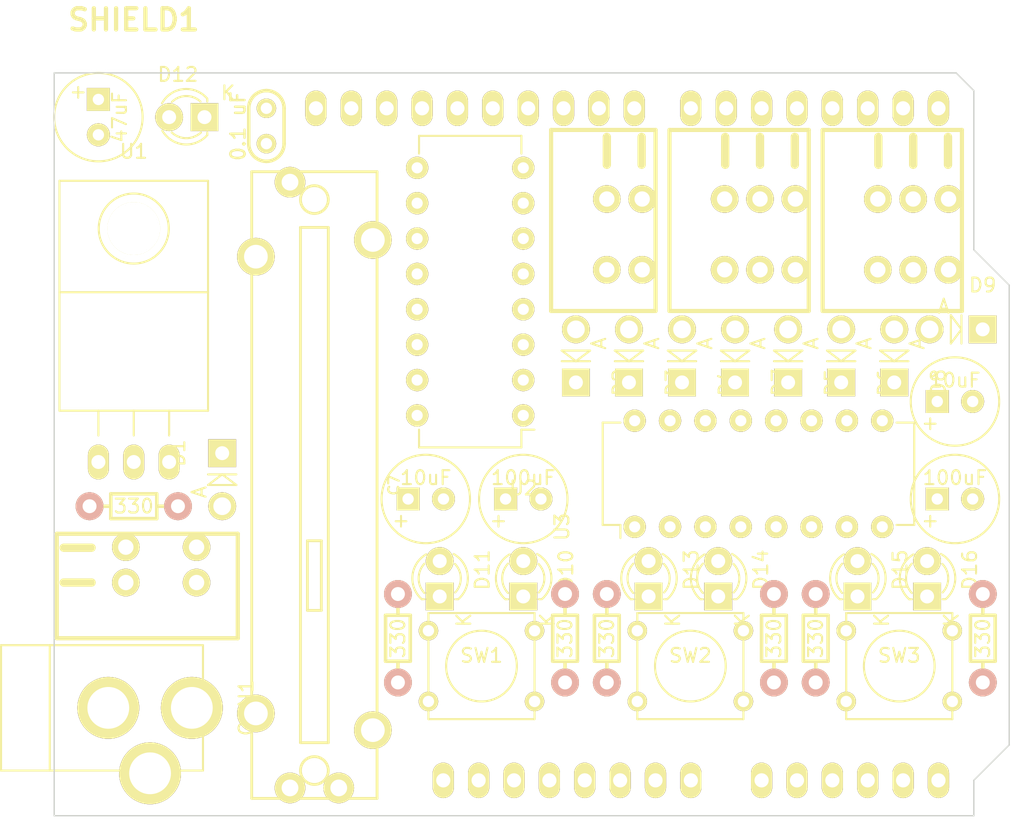
<source format=kicad_pcb>
(kicad_pcb (version 4) (host pcbnew "(2015-08-15 BZR 6092)-product")

  (general
    (links 108)
    (no_connects 108)
    (area 0 0 0 0)
    (thickness 1.6)
    (drawings 0)
    (tracks 0)
    (zones 0)
    (modules 42)
    (nets 36)
  )

  (page A4)
  (layers
    (0 F.Cu signal)
    (31 B.Cu signal)
    (32 B.Adhes user)
    (33 F.Adhes user)
    (34 B.Paste user)
    (35 F.Paste user)
    (36 B.SilkS user)
    (37 F.SilkS user)
    (38 B.Mask user)
    (39 F.Mask user)
    (40 Dwgs.User user)
    (41 Cmts.User user)
    (42 Eco1.User user)
    (43 Eco2.User user)
    (44 Edge.Cuts user)
    (45 Margin user)
    (46 B.CrtYd user)
    (47 F.CrtYd user)
    (48 B.Fab user)
    (49 F.Fab user)
  )

  (setup
    (last_trace_width 0.4064)
    (user_trace_width 0.254)
    (user_trace_width 0.3048)
    (user_trace_width 0.4064)
    (user_trace_width 0.6096)
    (trace_clearance 0.2)
    (zone_clearance 0.508)
    (zone_45_only no)
    (trace_min 0.2)
    (segment_width 0.2)
    (edge_width 0.15)
    (via_size 0.6)
    (via_drill 0.4)
    (via_min_size 0.4)
    (via_min_drill 0.3)
    (uvia_size 0.3)
    (uvia_drill 0.1)
    (uvias_allowed no)
    (uvia_min_size 0.2)
    (uvia_min_drill 0.1)
    (pcb_text_width 0.3)
    (pcb_text_size 1.5 1.5)
    (mod_edge_width 0.15)
    (mod_text_size 1 1)
    (mod_text_width 0.15)
    (pad_size 4.445 4.445)
    (pad_drill 2.99974)
    (pad_to_mask_clearance 0.2)
    (aux_axis_origin 0 0)
    (visible_elements 7FFFFFFF)
    (pcbplotparams
      (layerselection 0x00030_80000001)
      (usegerberextensions false)
      (excludeedgelayer true)
      (linewidth 0.100000)
      (plotframeref false)
      (viasonmask false)
      (mode 1)
      (useauxorigin false)
      (hpglpennumber 1)
      (hpglpenspeed 20)
      (hpglpendiameter 15)
      (hpglpenoverlay 2)
      (psnegative false)
      (psa4output false)
      (plotreference true)
      (plotvalue true)
      (plotinvisibletext false)
      (padsonsilk false)
      (subtractmaskfromsilk false)
      (outputformat 1)
      (mirror false)
      (drillshape 1)
      (scaleselection 1)
      (outputdirectory ""))
  )

  (net 0 "")
  (net 1 +5V)
  (net 2 GND)
  (net 3 +12V)
  (net 4 /MOT_A)
  (net 5 /MOT_B)
  (net 6 "Net-(D2-Pad2)")
  (net 7 "Net-(D5-Pad2)")
  (net 8 "Net-(D5-Pad1)")
  (net 9 /M_1)
  (net 10 "Net-(P2-Pad3)")
  (net 11 "Net-(CON1-Pad1)")
  (net 12 "Net-(D8-Pad2)")
  (net 13 "Net-(D8-Pad1)")
  (net 14 "Net-(D9-Pad1)")
  (net 15 /TURN_1_B)
  (net 16 "Net-(C7-Pad1)")
  (net 17 "Net-(SHIELD1-PadAD4)")
  (net 18 "Net-(SHIELD1-PadAD3)")
  (net 19 "Net-(SHIELD1-PadAD2)")
  (net 20 "Net-(D10-Pad1)")
  (net 21 "Net-(D11-Pad1)")
  (net 22 "Net-(D12-Pad1)")
  (net 23 "Net-(D13-Pad1)")
  (net 24 "Net-(D13-Pad2)")
  (net 25 "Net-(D14-Pad1)")
  (net 26 "Net-(D14-Pad2)")
  (net 27 "Net-(D15-Pad1)")
  (net 28 "Net-(D15-Pad2)")
  (net 29 "Net-(D16-Pad1)")
  (net 30 "Net-(D16-Pad2)")
  (net 31 /ENABLE)
  (net 32 /TURN_2_B)
  (net 33 /TURN_2_A)
  (net 34 /M_2)
  (net 35 "Net-(D3-Pad1)")

  (net_class Default "This is the default net class."
    (clearance 0.2)
    (trace_width 0.25)
    (via_dia 0.6)
    (via_drill 0.4)
    (uvia_dia 0.3)
    (uvia_drill 0.1)
    (add_net +12V)
    (add_net +5V)
    (add_net /ENABLE)
    (add_net /MOT_A)
    (add_net /MOT_B)
    (add_net /M_1)
    (add_net /M_2)
    (add_net /TURN_1_B)
    (add_net /TURN_2_A)
    (add_net /TURN_2_B)
    (add_net GND)
    (add_net "Net-(C7-Pad1)")
    (add_net "Net-(CON1-Pad1)")
    (add_net "Net-(D10-Pad1)")
    (add_net "Net-(D11-Pad1)")
    (add_net "Net-(D12-Pad1)")
    (add_net "Net-(D13-Pad1)")
    (add_net "Net-(D13-Pad2)")
    (add_net "Net-(D14-Pad1)")
    (add_net "Net-(D14-Pad2)")
    (add_net "Net-(D15-Pad1)")
    (add_net "Net-(D15-Pad2)")
    (add_net "Net-(D16-Pad1)")
    (add_net "Net-(D16-Pad2)")
    (add_net "Net-(D2-Pad2)")
    (add_net "Net-(D3-Pad1)")
    (add_net "Net-(D5-Pad1)")
    (add_net "Net-(D5-Pad2)")
    (add_net "Net-(D8-Pad1)")
    (add_net "Net-(D8-Pad2)")
    (add_net "Net-(D9-Pad1)")
    (add_net "Net-(P2-Pad3)")
    (add_net "Net-(SHIELD1-PadAD2)")
    (add_net "Net-(SHIELD1-PadAD3)")
    (add_net "Net-(SHIELD1-PadAD4)")
  )

  (module freetronics_footprints:ARDUINO_SHIELD (layer F.Cu) (tedit 575655CB) (tstamp 57566D37)
    (at 107.315 118.745)
    (descr http://www.thingiverse.com/thing:9630)
    (path /5753984E)
    (fp_text reference SHIELD1 (at 5.715 -57.15) (layer F.SilkS)
      (effects (font (thickness 0.3048)))
    )
    (fp_text value ARDUINO_SHIELD (at 10.16 -54.61) (layer F.SilkS) hide
      (effects (font (thickness 0.3048)))
    )
    (fp_line (start 66.04 -40.64) (end 66.04 -52.07) (layer Edge.Cuts) (width 0.1))
    (fp_line (start 66.04 -52.07) (end 64.77 -53.34) (layer Edge.Cuts) (width 0.1))
    (fp_line (start 64.77 -53.34) (end 0 -53.34) (layer Edge.Cuts) (width 0.1))
    (fp_line (start 66.04 0) (end 0 0) (layer Edge.Cuts) (width 0.1))
    (fp_line (start 0 0) (end 0 -53.34) (layer Edge.Cuts) (width 0.1))
    (fp_line (start 66.04 -40.64) (end 68.58 -38.1) (layer Edge.Cuts) (width 0.1))
    (fp_line (start 68.58 -38.1) (end 68.58 -5.08) (layer Edge.Cuts) (width 0.1))
    (fp_line (start 68.58 -5.08) (end 66.04 -2.54) (layer Edge.Cuts) (width 0.1))
    (fp_line (start 66.04 -2.54) (end 66.04 0) (layer Edge.Cuts) (width 0.1))
    (pad AD5 thru_hole oval (at 63.5 -2.54 90) (size 2.54 1.524) (drill 1.016) (layers *.Cu *.Mask F.SilkS)
      (net 16 "Net-(C7-Pad1)"))
    (pad AD4 thru_hole oval (at 60.96 -2.54 90) (size 2.54 1.524) (drill 1.016) (layers *.Cu *.Mask F.SilkS)
      (net 17 "Net-(SHIELD1-PadAD4)"))
    (pad AD3 thru_hole oval (at 58.42 -2.54 90) (size 2.54 1.524) (drill 1.016) (layers *.Cu *.Mask F.SilkS)
      (net 18 "Net-(SHIELD1-PadAD3)"))
    (pad AD0 thru_hole oval (at 50.8 -2.54 90) (size 2.54 1.524) (drill 1.016) (layers *.Cu *.Mask F.SilkS)
      (net 24 "Net-(D13-Pad2)"))
    (pad AD1 thru_hole oval (at 53.34 -2.54 90) (size 2.54 1.524) (drill 1.016) (layers *.Cu *.Mask F.SilkS)
      (net 26 "Net-(D14-Pad2)"))
    (pad AD2 thru_hole oval (at 55.88 -2.54 90) (size 2.54 1.524) (drill 1.016) (layers *.Cu *.Mask F.SilkS)
      (net 19 "Net-(SHIELD1-PadAD2)"))
    (pad V_IN thru_hole oval (at 45.72 -2.54 90) (size 2.54 1.524) (drill 1.016) (layers *.Cu *.Mask F.SilkS))
    (pad GND2 thru_hole oval (at 43.18 -2.54 90) (size 2.54 1.524) (drill 1.016) (layers *.Cu *.Mask F.SilkS)
      (net 2 GND))
    (pad GND1 thru_hole oval (at 40.64 -2.54 90) (size 2.54 1.524) (drill 1.016) (layers *.Cu *.Mask F.SilkS)
      (net 2 GND))
    (pad 3V3 thru_hole oval (at 35.56 -2.54 90) (size 2.54 1.524) (drill 1.016) (layers *.Cu *.Mask F.SilkS))
    (pad RST thru_hole oval (at 33.02 -2.54 90) (size 2.54 1.524) (drill 1.016) (layers *.Cu *.Mask F.SilkS))
    (pad 0 thru_hole oval (at 63.5 -50.8 90) (size 2.54 1.524) (drill 1.016) (layers *.Cu *.Mask F.SilkS))
    (pad 1 thru_hole oval (at 60.96 -50.8 90) (size 2.54 1.524) (drill 1.016) (layers *.Cu *.Mask F.SilkS))
    (pad 2 thru_hole oval (at 58.42 -50.8 90) (size 2.54 1.524) (drill 1.016) (layers *.Cu *.Mask F.SilkS))
    (pad 3 thru_hole oval (at 55.88 -50.8 90) (size 2.54 1.524) (drill 1.016) (layers *.Cu *.Mask F.SilkS))
    (pad 4 thru_hole oval (at 53.34 -50.8 90) (size 2.54 1.524) (drill 1.016) (layers *.Cu *.Mask F.SilkS)
      (net 32 /TURN_2_B))
    (pad 5 thru_hole oval (at 50.8 -50.8 90) (size 2.54 1.524) (drill 1.016) (layers *.Cu *.Mask F.SilkS)
      (net 33 /TURN_2_A))
    (pad 6 thru_hole oval (at 48.26 -50.8 90) (size 2.54 1.524) (drill 1.016) (layers *.Cu *.Mask F.SilkS)
      (net 15 /TURN_1_B))
    (pad 7 thru_hole oval (at 45.72 -50.8 90) (size 2.54 1.524) (drill 1.016) (layers *.Cu *.Mask F.SilkS))
    (pad 8 thru_hole oval (at 41.656 -50.8 90) (size 2.54 1.524) (drill 1.016) (layers *.Cu *.Mask F.SilkS)
      (net 28 "Net-(D15-Pad2)"))
    (pad 9 thru_hole oval (at 39.116 -50.8 90) (size 2.54 1.524) (drill 1.016) (layers *.Cu *.Mask F.SilkS)
      (net 30 "Net-(D16-Pad2)"))
    (pad 10 thru_hole oval (at 36.576 -50.8 90) (size 2.54 1.524) (drill 1.016) (layers *.Cu *.Mask F.SilkS)
      (net 5 /MOT_B))
    (pad 11 thru_hole oval (at 34.036 -50.8 90) (size 2.54 1.524) (drill 1.016) (layers *.Cu *.Mask F.SilkS)
      (net 4 /MOT_A))
    (pad 12 thru_hole oval (at 31.496 -50.8 90) (size 2.54 1.524) (drill 1.016) (layers *.Cu *.Mask F.SilkS)
      (net 31 /ENABLE))
    (pad 13 thru_hole oval (at 28.956 -50.8 90) (size 2.54 1.524) (drill 1.016) (layers *.Cu *.Mask F.SilkS))
    (pad GND3 thru_hole oval (at 26.416 -50.8 90) (size 2.54 1.524) (drill 1.016) (layers *.Cu *.Mask F.SilkS)
      (net 2 GND))
    (pad AREF thru_hole oval (at 23.876 -50.8 90) (size 2.54 1.524) (drill 1.016) (layers *.Cu *.Mask F.SilkS))
    (pad 5V thru_hole oval (at 38.1 -2.54 90) (size 2.54 1.524) (drill 1.016) (layers *.Cu *.Mask F.SilkS)
      (net 1 +5V))
    (pad SDA thru_hole oval (at 21.336 -50.8 90) (size 2.54 1.524) (drill 1.016) (layers *.Cu *.Mask F.SilkS))
    (pad SCL thru_hole oval (at 18.796 -50.8 90) (size 2.54 1.524) (drill 1.016) (layers *.Cu *.Mask F.SilkS))
    (pad IO_R thru_hole oval (at 30.48 -2.54 90) (size 2.54 1.524) (drill 1.016) (layers *.Cu *.Mask F.SilkS))
    (pad NC thru_hole oval (at 27.94 -2.54 90) (size 2.54 1.524) (drill 1.016) (layers *.Cu *.Mask F.SilkS))
  )

  (module Connect:BARREL_JACK (layer F.Cu) (tedit 57564783) (tstamp 5753BABD)
    (at 111 111)
    (descr "DC Barrel Jack")
    (tags "Power Jack")
    (path /57539B58)
    (fp_text reference CON1 (at 10.09904 0 90) (layer F.SilkS)
      (effects (font (size 1 1) (thickness 0.15)))
    )
    (fp_text value BARREL_JACK (at 0 -5.99948) (layer F.Fab)
      (effects (font (size 1 1) (thickness 0.15)))
    )
    (fp_line (start -4.0005 -4.50088) (end -4.0005 4.50088) (layer F.SilkS) (width 0.15))
    (fp_line (start -7.50062 -4.50088) (end -7.50062 4.50088) (layer F.SilkS) (width 0.15))
    (fp_line (start -7.50062 4.50088) (end 7.00024 4.50088) (layer F.SilkS) (width 0.15))
    (fp_line (start 7.00024 4.50088) (end 7.00024 -4.50088) (layer F.SilkS) (width 0.15))
    (fp_line (start 7.00024 -4.50088) (end -7.50062 -4.50088) (layer F.SilkS) (width 0.15))
    (pad 1 thru_hole circle (at 6.20014 0) (size 4.445 4.445) (drill 2.99974) (layers *.Cu *.Mask F.SilkS)
      (net 11 "Net-(CON1-Pad1)"))
    (pad 2 thru_hole circle (at 0.20066 0) (size 4.445 4.445) (drill 2.99974) (layers *.Cu *.Mask F.SilkS)
      (net 2 GND))
    (pad 3 thru_hole circle (at 3.2004 4.699) (size 4.445 4.445) (drill 2.99974) (layers *.Cu *.Mask F.SilkS)
      (net 2 GND))
  )

  (module TO_SOT_Packages_THT:TO-220_Neutral123_Horizontal (layer F.Cu) (tedit 57550824) (tstamp 5753BAC5)
    (at 113.03 93.345)
    (descr "TO-220, Neutral, Horizontal,")
    (tags "TO-220, Neutral, Horizontal,")
    (path /57539A3F)
    (fp_text reference U1 (at 0 -22.3012) (layer F.SilkS)
      (effects (font (size 1 1) (thickness 0.15)))
    )
    (fp_text value 7805 (at -0.29972 3.44932) (layer F.Fab)
      (effects (font (size 1 1) (thickness 0.15)))
    )
    (fp_circle (center 0 -16.764) (end 1.778 -14.986) (layer F.SilkS) (width 0.15))
    (fp_line (start -2.54 -3.683) (end -2.54 -1.905) (layer F.SilkS) (width 0.15))
    (fp_line (start 0 -3.683) (end 0 -1.905) (layer F.SilkS) (width 0.15))
    (fp_line (start 2.54 -3.683) (end 2.54 -1.905) (layer F.SilkS) (width 0.15))
    (fp_line (start 5.334 -12.192) (end 5.334 -20.193) (layer F.SilkS) (width 0.15))
    (fp_line (start 5.334 -20.193) (end -5.334 -20.193) (layer F.SilkS) (width 0.15))
    (fp_line (start -5.334 -20.193) (end -5.334 -12.192) (layer F.SilkS) (width 0.15))
    (fp_line (start 5.334 -3.683) (end 5.334 -12.192) (layer F.SilkS) (width 0.15))
    (fp_line (start 5.334 -12.192) (end -5.334 -12.192) (layer F.SilkS) (width 0.15))
    (fp_line (start -5.334 -12.192) (end -5.334 -3.683) (layer F.SilkS) (width 0.15))
    (fp_line (start 0 -3.683) (end -5.334 -3.683) (layer F.SilkS) (width 0.15))
    (fp_line (start 0 -3.683) (end 5.334 -3.683) (layer F.SilkS) (width 0.15))
    (pad GND thru_hole oval (at 0 0 90) (size 2.49936 1.50114) (drill 1.00076) (layers *.Cu *.Mask F.SilkS)
      (net 2 GND))
    (pad VI thru_hole oval (at -2.54 0 90) (size 2.49936 1.50114) (drill 1.00076) (layers *.Cu *.Mask F.SilkS)
      (net 3 +12V))
    (pad VO thru_hole oval (at 2.54 0 90) (size 2.49936 1.50114) (drill 1.00076) (layers *.Cu *.Mask F.SilkS)
      (net 1 +5V))
    (pad "" np_thru_hole circle (at 0 -16.764 90) (size 3.79984 3.79984) (drill 3.79984) (layers *.Cu *.Mask F.SilkS))
    (model TO_SOT_Packages_THT.3dshapes/TO-220_Neutral123_Horizontal.wrl
      (at (xyz 0 0 0))
      (scale (xyz 0.3937 0.3937 0.3937))
      (rotate (xyz 0 0 0))
    )
  )

  (module myFootPrints:TERMx3 (layer F.Cu) (tedit 57545497) (tstamp 575474D7)
    (at 169 77 180)
    (descr CONNECTOR)
    (tags CONNECTOR)
    (path /5754601A)
    (attr virtual)
    (fp_text reference P2 (at -2 0 180) (layer F.SilkS) hide
      (effects (font (size 1 1) (thickness 0.15)))
    )
    (fp_text value TERMx3 (at -0.5 -4.5 180) (layer F.Fab)
      (effects (font (size 1 1) (thickness 0.15)))
    )
    (fp_line (start 2.5 7) (end 2.5 5) (layer F.SilkS) (width 0.6))
    (fp_line (start 0 7) (end 0 5) (layer F.SilkS) (width 0.6))
    (fp_line (start -2.5 7) (end -2.5 5) (layer F.SilkS) (width 0.6))
    (fp_line (start -3.5 -5.5) (end -3.5 7.5) (layer F.SilkS) (width 0.3))
    (fp_line (start -3.5 7.5) (end 6.5 7.5) (layer F.SilkS) (width 0.3))
    (fp_line (start 6.5 7.5) (end 6.5 -5.5) (layer F.SilkS) (width 0.3))
    (fp_line (start 6.5 -5.5) (end -3.5 -5.5) (layer F.SilkS) (width 0.3))
    (pad 3 thru_hole circle (at 2.54 2.54 180) (size 1.9812 1.9812) (drill 1.1) (layers *.Cu F.Paste F.SilkS F.Mask)
      (net 10 "Net-(P2-Pad3)"))
    (pad 2 thru_hole circle (at 0 2.54 180) (size 1.9812 1.9812) (drill 1.1) (layers *.Cu F.Paste F.SilkS F.Mask)
      (net 2 GND))
    (pad 1 thru_hole circle (at -2.54 2.54 180) (size 1.9812 1.9812) (drill 1.1) (layers *.Cu F.Paste F.SilkS F.Mask)
      (net 8 "Net-(D5-Pad1)"))
    (pad 3 thru_hole circle (at 2.54 -2.54 180) (size 1.9812 1.9812) (drill 1.1) (layers *.Cu F.Paste F.SilkS F.Mask)
      (net 10 "Net-(P2-Pad3)"))
    (pad 2 thru_hole circle (at 0 -2.54 180) (size 1.9812 1.9812) (drill 1.1) (layers *.Cu F.Paste F.SilkS F.Mask)
      (net 2 GND))
    (pad 1 thru_hole circle (at -2.54 -2.54 180) (size 1.9812 1.9812) (drill 1.1) (layers *.Cu F.Paste F.SilkS F.Mask)
      (net 8 "Net-(D5-Pad1)"))
  )

  (module Housings_DIP:DIP-16_W7.62mm (layer F.Cu) (tedit 54130A77) (tstamp 5754954E)
    (at 141 90 180)
    (descr "16-lead dip package, row spacing 7.62 mm (300 mils)")
    (tags "dil dip 2.54 300")
    (path /5753A03E)
    (fp_text reference U2 (at 0 -5.22 180) (layer F.SilkS)
      (effects (font (size 1 1) (thickness 0.15)))
    )
    (fp_text value L293D (at 0 -3.72 180) (layer F.Fab)
      (effects (font (size 1 1) (thickness 0.15)))
    )
    (fp_line (start -1.05 -2.45) (end -1.05 20.25) (layer F.CrtYd) (width 0.05))
    (fp_line (start 8.65 -2.45) (end 8.65 20.25) (layer F.CrtYd) (width 0.05))
    (fp_line (start -1.05 -2.45) (end 8.65 -2.45) (layer F.CrtYd) (width 0.05))
    (fp_line (start -1.05 20.25) (end 8.65 20.25) (layer F.CrtYd) (width 0.05))
    (fp_line (start 0.135 -2.295) (end 0.135 -1.025) (layer F.SilkS) (width 0.15))
    (fp_line (start 7.485 -2.295) (end 7.485 -1.025) (layer F.SilkS) (width 0.15))
    (fp_line (start 7.485 20.075) (end 7.485 18.805) (layer F.SilkS) (width 0.15))
    (fp_line (start 0.135 20.075) (end 0.135 18.805) (layer F.SilkS) (width 0.15))
    (fp_line (start 0.135 -2.295) (end 7.485 -2.295) (layer F.SilkS) (width 0.15))
    (fp_line (start 0.135 20.075) (end 7.485 20.075) (layer F.SilkS) (width 0.15))
    (fp_line (start 0.135 -1.025) (end -0.8 -1.025) (layer F.SilkS) (width 0.15))
    (pad 1 thru_hole oval (at 0 0 180) (size 1.6 1.6) (drill 0.8) (layers *.Cu *.Mask F.SilkS)
      (net 31 /ENABLE))
    (pad 2 thru_hole oval (at 0 2.54 180) (size 1.6 1.6) (drill 0.8) (layers *.Cu *.Mask F.SilkS)
      (net 5 /MOT_B))
    (pad 3 thru_hole oval (at 0 5.08 180) (size 1.6 1.6) (drill 0.8) (layers *.Cu *.Mask F.SilkS)
      (net 34 /M_2))
    (pad 4 thru_hole oval (at 0 7.62 180) (size 1.6 1.6) (drill 0.8) (layers *.Cu *.Mask F.SilkS)
      (net 2 GND))
    (pad 5 thru_hole oval (at 0 10.16 180) (size 1.6 1.6) (drill 0.8) (layers *.Cu *.Mask F.SilkS)
      (net 2 GND))
    (pad 6 thru_hole oval (at 0 12.7 180) (size 1.6 1.6) (drill 0.8) (layers *.Cu *.Mask F.SilkS)
      (net 9 /M_1))
    (pad 7 thru_hole oval (at 0 15.24 180) (size 1.6 1.6) (drill 0.8) (layers *.Cu *.Mask F.SilkS)
      (net 4 /MOT_A))
    (pad 8 thru_hole oval (at 0 17.78 180) (size 1.6 1.6) (drill 0.8) (layers *.Cu *.Mask F.SilkS)
      (net 3 +12V))
    (pad 9 thru_hole oval (at 7.62 17.78 180) (size 1.6 1.6) (drill 0.8) (layers *.Cu *.Mask F.SilkS)
      (net 31 /ENABLE))
    (pad 10 thru_hole oval (at 7.62 15.24 180) (size 1.6 1.6) (drill 0.8) (layers *.Cu *.Mask F.SilkS)
      (net 4 /MOT_A))
    (pad 11 thru_hole oval (at 7.62 12.7 180) (size 1.6 1.6) (drill 0.8) (layers *.Cu *.Mask F.SilkS)
      (net 9 /M_1))
    (pad 12 thru_hole oval (at 7.62 10.16 180) (size 1.6 1.6) (drill 0.8) (layers *.Cu *.Mask F.SilkS)
      (net 2 GND))
    (pad 13 thru_hole oval (at 7.62 7.62 180) (size 1.6 1.6) (drill 0.8) (layers *.Cu *.Mask F.SilkS)
      (net 2 GND))
    (pad 14 thru_hole oval (at 7.62 5.08 180) (size 1.6 1.6) (drill 0.8) (layers *.Cu *.Mask F.SilkS)
      (net 34 /M_2))
    (pad 15 thru_hole oval (at 7.62 2.54 180) (size 1.6 1.6) (drill 0.8) (layers *.Cu *.Mask F.SilkS)
      (net 5 /MOT_B))
    (pad 16 thru_hole oval (at 7.62 0 180) (size 1.6 1.6) (drill 0.8) (layers *.Cu *.Mask F.SilkS)
      (net 1 +5V))
    (model Housings_DIP.3dshapes/DIP-16_W7.62mm.wrl
      (at (xyz 0 0 0))
      (scale (xyz 1 1 1))
      (rotate (xyz 0 0 0))
    )
  )

  (module Housings_DIP:DIP-16_W7.62mm (layer F.Cu) (tedit 54130A77) (tstamp 57549562)
    (at 149 98 90)
    (descr "16-lead dip package, row spacing 7.62 mm (300 mils)")
    (tags "dil dip 2.54 300")
    (path /5753B0F8)
    (fp_text reference U3 (at 0 -5.22 90) (layer F.SilkS)
      (effects (font (size 1 1) (thickness 0.15)))
    )
    (fp_text value L293D (at 0 -3.72 90) (layer F.Fab)
      (effects (font (size 1 1) (thickness 0.15)))
    )
    (fp_line (start -1.05 -2.45) (end -1.05 20.25) (layer F.CrtYd) (width 0.05))
    (fp_line (start 8.65 -2.45) (end 8.65 20.25) (layer F.CrtYd) (width 0.05))
    (fp_line (start -1.05 -2.45) (end 8.65 -2.45) (layer F.CrtYd) (width 0.05))
    (fp_line (start -1.05 20.25) (end 8.65 20.25) (layer F.CrtYd) (width 0.05))
    (fp_line (start 0.135 -2.295) (end 0.135 -1.025) (layer F.SilkS) (width 0.15))
    (fp_line (start 7.485 -2.295) (end 7.485 -1.025) (layer F.SilkS) (width 0.15))
    (fp_line (start 7.485 20.075) (end 7.485 18.805) (layer F.SilkS) (width 0.15))
    (fp_line (start 0.135 20.075) (end 0.135 18.805) (layer F.SilkS) (width 0.15))
    (fp_line (start 0.135 -2.295) (end 7.485 -2.295) (layer F.SilkS) (width 0.15))
    (fp_line (start 0.135 20.075) (end 7.485 20.075) (layer F.SilkS) (width 0.15))
    (fp_line (start 0.135 -1.025) (end -0.8 -1.025) (layer F.SilkS) (width 0.15))
    (pad 1 thru_hole oval (at 0 0 90) (size 1.6 1.6) (drill 0.8) (layers *.Cu *.Mask F.SilkS)
      (net 31 /ENABLE))
    (pad 2 thru_hole oval (at 0 2.54 90) (size 1.6 1.6) (drill 0.8) (layers *.Cu *.Mask F.SilkS)
      (net 33 /TURN_2_A))
    (pad 3 thru_hole oval (at 0 5.08 90) (size 1.6 1.6) (drill 0.8) (layers *.Cu *.Mask F.SilkS)
      (net 13 "Net-(D8-Pad1)"))
    (pad 4 thru_hole oval (at 0 7.62 90) (size 1.6 1.6) (drill 0.8) (layers *.Cu *.Mask F.SilkS)
      (net 2 GND))
    (pad 5 thru_hole oval (at 0 10.16 90) (size 1.6 1.6) (drill 0.8) (layers *.Cu *.Mask F.SilkS)
      (net 2 GND))
    (pad 6 thru_hole oval (at 0 12.7 90) (size 1.6 1.6) (drill 0.8) (layers *.Cu *.Mask F.SilkS)
      (net 14 "Net-(D9-Pad1)"))
    (pad 7 thru_hole oval (at 0 15.24 90) (size 1.6 1.6) (drill 0.8) (layers *.Cu *.Mask F.SilkS)
      (net 32 /TURN_2_B))
    (pad 8 thru_hole oval (at 0 17.78 90) (size 1.6 1.6) (drill 0.8) (layers *.Cu *.Mask F.SilkS)
      (net 1 +5V))
    (pad 9 thru_hole oval (at 7.62 17.78 90) (size 1.6 1.6) (drill 0.8) (layers *.Cu *.Mask F.SilkS)
      (net 31 /ENABLE))
    (pad 10 thru_hole oval (at 7.62 15.24 90) (size 1.6 1.6) (drill 0.8) (layers *.Cu *.Mask F.SilkS)
      (net 15 /TURN_1_B))
    (pad 11 thru_hole oval (at 7.62 12.7 90) (size 1.6 1.6) (drill 0.8) (layers *.Cu *.Mask F.SilkS)
      (net 10 "Net-(P2-Pad3)"))
    (pad 12 thru_hole oval (at 7.62 10.16 90) (size 1.6 1.6) (drill 0.8) (layers *.Cu *.Mask F.SilkS)
      (net 2 GND))
    (pad 13 thru_hole oval (at 7.62 7.62 90) (size 1.6 1.6) (drill 0.8) (layers *.Cu *.Mask F.SilkS)
      (net 2 GND))
    (pad 14 thru_hole oval (at 7.62 5.08 90) (size 1.6 1.6) (drill 0.8) (layers *.Cu *.Mask F.SilkS)
      (net 8 "Net-(D5-Pad1)"))
    (pad 15 thru_hole oval (at 7.62 2.54 90) (size 1.6 1.6) (drill 0.8) (layers *.Cu *.Mask F.SilkS))
    (pad 16 thru_hole oval (at 7.62 0 90) (size 1.6 1.6) (drill 0.8) (layers *.Cu *.Mask F.SilkS)
      (net 3 +12V))
    (model Housings_DIP.3dshapes/DIP-16_W7.62mm.wrl
      (at (xyz 0 0 0))
      (scale (xyz 1 1 1))
      (rotate (xyz 0 0 0))
    )
  )

  (module myFootPrints:C1 (layer F.Cu) (tedit 5754BB37) (tstamp 5754BC27)
    (at 122.555 69.215 270)
    (descr "Condensateur e = 1 pas")
    (tags C)
    (path /57539AF5)
    (fp_text reference C1 (at -1.905 -1.905 270) (layer F.SilkS) hide
      (effects (font (size 1.016 1.016) (thickness 0.254)))
    )
    (fp_text value "0.1 uF" (at 0 2.032 270) (layer F.SilkS)
      (effects (font (size 1.016 1.016) (thickness 0.1778)))
    )
    (fp_line (start -1.27 -1.27) (end 1.27 -1.27) (layer F.SilkS) (width 0.254))
    (fp_line (start -1.27 1.27) (end 1.27 1.27) (layer F.SilkS) (width 0.254))
    (fp_arc (start -1.27 0) (end -1.27 1.27) (angle 90) (layer F.SilkS) (width 0.254))
    (fp_arc (start -1.27 0) (end -2.54 0) (angle 90) (layer F.SilkS) (width 0.254))
    (fp_arc (start 1.27 0) (end 2.54 0) (angle 90) (layer F.SilkS) (width 0.254))
    (fp_arc (start 1.27 0) (end 1.27 -1.27) (angle 90) (layer F.SilkS) (width 0.254))
    (pad 1 thru_hole circle (at -1.27 0 270) (size 1.397 1.397) (drill 0.8128) (layers *.Cu *.Mask F.SilkS)
      (net 1 +5V))
    (pad 2 thru_hole circle (at 1.27 0 270) (size 1.397 1.397) (drill 0.8128) (layers *.Cu *.Mask F.SilkS)
      (net 2 GND))
    (model discret/capa_1_pas.wrl
      (at (xyz 0 0 0))
      (scale (xyz 1 1 1))
      (rotate (xyz 0 0 0))
    )
  )

  (module myFootPrints:C2 (layer F.Cu) (tedit 57548024) (tstamp 5754BC2D)
    (at 110.49 68.58 270)
    (path /57539ABA)
    (fp_text reference C2 (at 0 2.032 270) (layer F.SilkS) hide
      (effects (font (size 1 1) (thickness 0.15)))
    )
    (fp_text value 47uF (at 0 -1.524 270) (layer F.SilkS)
      (effects (font (size 1 1) (thickness 0.15)))
    )
    (fp_text user + (at -1.778 1.524 270) (layer F.SilkS)
      (effects (font (size 1 1) (thickness 0.15)))
    )
    (fp_circle (center 0 0) (end 3.175 0) (layer F.SilkS) (width 0.15))
    (pad 1 thru_hole rect (at -1.27 0 270) (size 1.651 1.651) (drill 0.8128) (layers *.Cu *.Mask F.SilkS)
      (net 3 +12V))
    (pad 2 thru_hole circle (at 1.27 0 270) (size 1.651 1.651) (drill 0.8128) (layers *.Cu *.Mask F.SilkS)
      (net 2 GND))
    (model Discret.3dshapes/C1V8.wrl
      (at (xyz 0 0 0))
      (scale (xyz 1 1 1))
      (rotate (xyz 0 0 0))
    )
  )

  (module myFootPrints:C2 (layer F.Cu) (tedit 57548024) (tstamp 5754BC33)
    (at 141 96)
    (path /5753D7A9)
    (fp_text reference C3 (at 0 2.032) (layer F.SilkS) hide
      (effects (font (size 1 1) (thickness 0.15)))
    )
    (fp_text value 100uF (at 0 -1.524) (layer F.SilkS)
      (effects (font (size 1 1) (thickness 0.15)))
    )
    (fp_text user + (at -1.778 1.524) (layer F.SilkS)
      (effects (font (size 1 1) (thickness 0.15)))
    )
    (fp_circle (center 0 0) (end 3.175 0) (layer F.SilkS) (width 0.15))
    (pad 1 thru_hole rect (at -1.27 0) (size 1.651 1.651) (drill 0.8128) (layers *.Cu *.Mask F.SilkS)
      (net 3 +12V))
    (pad 2 thru_hole circle (at 1.27 0) (size 1.651 1.651) (drill 0.8128) (layers *.Cu *.Mask F.SilkS)
      (net 2 GND))
    (model Discret.3dshapes/C1V8.wrl
      (at (xyz 0 0 0))
      (scale (xyz 1 1 1))
      (rotate (xyz 0 0 0))
    )
  )

  (module myFootPrints:C2 (layer F.Cu) (tedit 57548024) (tstamp 5754BC39)
    (at 134 96)
    (path /5753E58B)
    (fp_text reference C4 (at 0 2.032) (layer F.SilkS) hide
      (effects (font (size 1 1) (thickness 0.15)))
    )
    (fp_text value 10uF (at 0 -1.524) (layer F.SilkS)
      (effects (font (size 1 1) (thickness 0.15)))
    )
    (fp_text user + (at -1.778 1.524) (layer F.SilkS)
      (effects (font (size 1 1) (thickness 0.15)))
    )
    (fp_circle (center 0 0) (end 3.175 0) (layer F.SilkS) (width 0.15))
    (pad 1 thru_hole rect (at -1.27 0) (size 1.651 1.651) (drill 0.8128) (layers *.Cu *.Mask F.SilkS))
    (pad 2 thru_hole circle (at 1.27 0) (size 1.651 1.651) (drill 0.8128) (layers *.Cu *.Mask F.SilkS)
      (net 2 GND))
    (model Discret.3dshapes/C1V8.wrl
      (at (xyz 0 0 0))
      (scale (xyz 1 1 1))
      (rotate (xyz 0 0 0))
    )
  )

  (module myFootPrints:TERMx2 (layer F.Cu) (tedit 5754554A) (tstamp 5754BC3A)
    (at 147 77 180)
    (descr CONNECTOR)
    (tags CONNECTOR)
    (path /5753B7A6)
    (attr virtual)
    (fp_text reference P1 (at -2 0 180) (layer F.SilkS) hide
      (effects (font (size 1 1) (thickness 0.15)))
    )
    (fp_text value TERM_2 (at -0.5 -4.5 180) (layer F.Fab)
      (effects (font (size 1 1) (thickness 0.15)))
    )
    (fp_line (start -3.5 7.5) (end 4 7.5) (layer F.SilkS) (width 0.3))
    (fp_line (start -3.5 -5.5) (end 4 -5.5) (layer F.SilkS) (width 0.3))
    (fp_line (start 4 -5.5) (end 4 7.5) (layer F.SilkS) (width 0.3))
    (fp_line (start 0 7) (end 0 5) (layer F.SilkS) (width 0.6))
    (fp_line (start -2.5 7) (end -2.5 5) (layer F.SilkS) (width 0.6))
    (fp_line (start -3.5 -5.5) (end -3.5 7.5) (layer F.SilkS) (width 0.3))
    (pad 2 thru_hole circle (at 0 2.54 180) (size 1.9812 1.9812) (drill 1.1) (layers *.Cu F.Paste F.SilkS F.Mask)
      (net 34 /M_2))
    (pad 1 thru_hole circle (at -2.54 2.54 180) (size 1.9812 1.9812) (drill 1.1) (layers *.Cu F.Paste F.SilkS F.Mask)
      (net 9 /M_1))
    (pad 2 thru_hole circle (at 0 -2.54 180) (size 1.9812 1.9812) (drill 1.1) (layers *.Cu F.Paste F.SilkS F.Mask)
      (net 34 /M_2))
    (pad 1 thru_hole circle (at -2.54 -2.54 180) (size 1.9812 1.9812) (drill 1.1) (layers *.Cu F.Paste F.SilkS F.Mask)
      (net 9 /M_1))
  )

  (module myFootPrints:C2 (layer F.Cu) (tedit 57548024) (tstamp 575507CD)
    (at 172 96)
    (path /5755082B)
    (fp_text reference C5 (at 0 2.032) (layer F.SilkS) hide
      (effects (font (size 1 1) (thickness 0.15)))
    )
    (fp_text value 100uF (at 0 -1.524) (layer F.SilkS)
      (effects (font (size 1 1) (thickness 0.15)))
    )
    (fp_text user + (at -1.778 1.524) (layer F.SilkS)
      (effects (font (size 1 1) (thickness 0.15)))
    )
    (fp_circle (center 0 0) (end 3.175 0) (layer F.SilkS) (width 0.15))
    (pad 1 thru_hole rect (at -1.27 0) (size 1.651 1.651) (drill 0.8128) (layers *.Cu *.Mask F.SilkS)
      (net 2 GND))
    (pad 2 thru_hole circle (at 1.27 0) (size 1.651 1.651) (drill 0.8128) (layers *.Cu *.Mask F.SilkS)
      (net 3 +12V))
    (model Discret.3dshapes/C1V8.wrl
      (at (xyz 0 0 0))
      (scale (xyz 1 1 1))
      (rotate (xyz 0 0 0))
    )
  )

  (module myFootPrints:C2 (layer F.Cu) (tedit 57548024) (tstamp 575507D3)
    (at 172 89)
    (path /57555F6D)
    (fp_text reference C6 (at 0 2.032) (layer F.SilkS) hide
      (effects (font (size 1 1) (thickness 0.15)))
    )
    (fp_text value 10uF (at 0 -1.524) (layer F.SilkS)
      (effects (font (size 1 1) (thickness 0.15)))
    )
    (fp_text user + (at -1.778 1.524) (layer F.SilkS)
      (effects (font (size 1 1) (thickness 0.15)))
    )
    (fp_circle (center 0 0) (end 3.175 0) (layer F.SilkS) (width 0.15))
    (pad 1 thru_hole rect (at -1.27 0) (size 1.651 1.651) (drill 0.8128) (layers *.Cu *.Mask F.SilkS)
      (net 1 +5V))
    (pad 2 thru_hole circle (at 1.27 0) (size 1.651 1.651) (drill 0.8128) (layers *.Cu *.Mask F.SilkS)
      (net 2 GND))
    (model Discret.3dshapes/C1V8.wrl
      (at (xyz 0 0 0))
      (scale (xyz 1 1 1))
      (rotate (xyz 0 0 0))
    )
  )

  (module myFootPrints:TERMx2 (layer F.Cu) (tedit 5754554A) (tstamp 575507ED)
    (at 115 102 270)
    (descr CONNECTOR)
    (tags CONNECTOR)
    (path /575514ED)
    (attr virtual)
    (fp_text reference P3 (at -2 0 270) (layer F.SilkS) hide
      (effects (font (size 1 1) (thickness 0.15)))
    )
    (fp_text value TERM_2 (at -0.5 -4.5 270) (layer F.Fab)
      (effects (font (size 1 1) (thickness 0.15)))
    )
    (fp_line (start -3.5 7.5) (end 4 7.5) (layer F.SilkS) (width 0.3))
    (fp_line (start -3.5 -5.5) (end 4 -5.5) (layer F.SilkS) (width 0.3))
    (fp_line (start 4 -5.5) (end 4 7.5) (layer F.SilkS) (width 0.3))
    (fp_line (start 0 7) (end 0 5) (layer F.SilkS) (width 0.6))
    (fp_line (start -2.5 7) (end -2.5 5) (layer F.SilkS) (width 0.6))
    (fp_line (start -3.5 -5.5) (end -3.5 7.5) (layer F.SilkS) (width 0.3))
    (pad 2 thru_hole circle (at 0 2.54 270) (size 1.9812 1.9812) (drill 1.1) (layers *.Cu F.Paste F.SilkS F.Mask)
      (net 2 GND))
    (pad 1 thru_hole circle (at -2.54 2.54 270) (size 1.9812 1.9812) (drill 1.1) (layers *.Cu F.Paste F.SilkS F.Mask)
      (net 11 "Net-(CON1-Pad1)"))
    (pad 2 thru_hole circle (at 0 -2.54 270) (size 1.9812 1.9812) (drill 1.1) (layers *.Cu F.Paste F.SilkS F.Mask)
      (net 2 GND))
    (pad 1 thru_hole circle (at -2.54 -2.54 270) (size 1.9812 1.9812) (drill 1.1) (layers *.Cu F.Paste F.SilkS F.Mask)
      (net 11 "Net-(CON1-Pad1)"))
  )

  (module myFootPrints:TERMx3 (layer F.Cu) (tedit 57545497) (tstamp 575507F7)
    (at 158 77 180)
    (descr CONNECTOR)
    (tags CONNECTOR)
    (path /575502CC)
    (attr virtual)
    (fp_text reference P4 (at -2 0 180) (layer F.SilkS) hide
      (effects (font (size 1 1) (thickness 0.15)))
    )
    (fp_text value TERMx3 (at -0.5 -4.5 180) (layer F.Fab)
      (effects (font (size 1 1) (thickness 0.15)))
    )
    (fp_line (start 2.5 7) (end 2.5 5) (layer F.SilkS) (width 0.6))
    (fp_line (start 0 7) (end 0 5) (layer F.SilkS) (width 0.6))
    (fp_line (start -2.5 7) (end -2.5 5) (layer F.SilkS) (width 0.6))
    (fp_line (start -3.5 -5.5) (end -3.5 7.5) (layer F.SilkS) (width 0.3))
    (fp_line (start -3.5 7.5) (end 6.5 7.5) (layer F.SilkS) (width 0.3))
    (fp_line (start 6.5 7.5) (end 6.5 -5.5) (layer F.SilkS) (width 0.3))
    (fp_line (start 6.5 -5.5) (end -3.5 -5.5) (layer F.SilkS) (width 0.3))
    (pad 3 thru_hole circle (at 2.54 2.54 180) (size 1.9812 1.9812) (drill 1.1) (layers *.Cu F.Paste F.SilkS F.Mask)
      (net 13 "Net-(D8-Pad1)"))
    (pad 2 thru_hole circle (at 0 2.54 180) (size 1.9812 1.9812) (drill 1.1) (layers *.Cu F.Paste F.SilkS F.Mask)
      (net 2 GND))
    (pad 1 thru_hole circle (at -2.54 2.54 180) (size 1.9812 1.9812) (drill 1.1) (layers *.Cu F.Paste F.SilkS F.Mask)
      (net 14 "Net-(D9-Pad1)"))
    (pad 3 thru_hole circle (at 2.54 -2.54 180) (size 1.9812 1.9812) (drill 1.1) (layers *.Cu F.Paste F.SilkS F.Mask)
      (net 13 "Net-(D8-Pad1)"))
    (pad 2 thru_hole circle (at 0 -2.54 180) (size 1.9812 1.9812) (drill 1.1) (layers *.Cu F.Paste F.SilkS F.Mask)
      (net 2 GND))
    (pad 1 thru_hole circle (at -2.54 -2.54 180) (size 1.9812 1.9812) (drill 1.1) (layers *.Cu F.Paste F.SilkS F.Mask)
      (net 14 "Net-(D9-Pad1)"))
  )

  (module myFootPrints:BOURNS-PTA3043_30mm-slide-pot (layer F.Cu) (tedit 0) (tstamp 57550CD3)
    (at 126 95 90)
    (descr http://www.bourns.com/data/global/pdfs/PTA.pdf)
    (path /575594FB)
    (fp_text reference C7 (at 0 5.715 90) (layer F.SilkS)
      (effects (font (size 0.762 0.762) (thickness 0.1524)))
    )
    (fp_text value CTRIM (at 0 0 90) (layer F.SilkS) hide
      (effects (font (size 0.762 0.762) (thickness 0.1524)))
    )
    (fp_line (start -18.5 1) (end 18.5 1) (layer F.SilkS) (width 0.2032))
    (fp_line (start 18.5 -1) (end -18.5 -1) (layer F.SilkS) (width 0.2032))
    (fp_line (start -22.5 4.5) (end 22.5 4.5) (layer F.SilkS) (width 0.2032))
    (fp_line (start 22.5 -4.5) (end -22.5 -4.5) (layer F.SilkS) (width 0.2032))
    (fp_circle (center -20.5 0) (end -19.5 0) (layer F.SilkS) (width 0.2032))
    (fp_circle (center 20.5 0) (end 19.5 0) (layer F.SilkS) (width 0.2032))
    (fp_line (start -9 -0.5) (end -9 0.5) (layer F.SilkS) (width 0.2032))
    (fp_line (start -9 0.5) (end -4 0.5) (layer F.SilkS) (width 0.2032))
    (fp_line (start -4 0.5) (end -4 -0.5) (layer F.SilkS) (width 0.2032))
    (fp_line (start -4 -0.5) (end -9 -0.5) (layer F.SilkS) (width 0.2032))
    (fp_line (start -18.5 -1) (end -18.5 1) (layer F.SilkS) (width 0.2032))
    (fp_line (start 18.5 1) (end 18.5 -1) (layer F.SilkS) (width 0.2032))
    (fp_line (start -22.5 -4.5) (end -22.5 4.5) (layer F.SilkS) (width 0.2032))
    (fp_line (start 22.5 4.5) (end 22.5 -4.5) (layer F.SilkS) (width 0.2032))
    (pad 1 thru_hole circle (at -21.75 -1.75 90) (size 2.2 2.2) (drill 1.2) (layers *.Cu *.Mask F.SilkS)
      (net 16 "Net-(C7-Pad1)"))
    (pad 2 thru_hole circle (at -21.75 1.75 90) (size 2.2 2.2) (drill 1.2) (layers *.Cu *.Mask F.SilkS)
      (net 2 GND))
    (pad 3 thru_hole circle (at 21.75 -1.75 90) (size 2.2 2.2) (drill 1.2) (layers *.Cu *.Mask F.SilkS))
    (pad "" thru_hole circle (at -16.4 -4.2 90) (size 2.7 2.7) (drill 1.7) (layers *.Cu *.Mask F.SilkS))
    (pad "" thru_hole circle (at 16.4 -4.2 90) (size 2.7 2.7) (drill 1.7) (layers *.Cu *.Mask F.SilkS))
    (pad "" thru_hole circle (at -17.6 4.2 90) (size 2.7 2.7) (drill 1.7) (layers *.Cu *.Mask F.SilkS))
    (pad "" thru_hole circle (at 17.6 4.2 90) (size 2.7 2.7) (drill 1.7) (layers *.Cu *.Mask F.SilkS))
  )

  (module LEDs:LED-3MM (layer F.Cu) (tedit 559B82F6) (tstamp 575510D3)
    (at 141 103 90)
    (descr "LED 3mm round vertical")
    (tags "LED  3mm round vertical")
    (path /57551F0F)
    (fp_text reference D10 (at 1.91 3.06 90) (layer F.SilkS)
      (effects (font (size 1 1) (thickness 0.15)))
    )
    (fp_text value LED (at 1.3 -2.9 90) (layer F.Fab)
      (effects (font (size 1 1) (thickness 0.15)))
    )
    (fp_line (start -1.2 2.3) (end 3.8 2.3) (layer F.CrtYd) (width 0.05))
    (fp_line (start 3.8 2.3) (end 3.8 -2.2) (layer F.CrtYd) (width 0.05))
    (fp_line (start 3.8 -2.2) (end -1.2 -2.2) (layer F.CrtYd) (width 0.05))
    (fp_line (start -1.2 -2.2) (end -1.2 2.3) (layer F.CrtYd) (width 0.05))
    (fp_line (start -0.199 1.314) (end -0.199 1.114) (layer F.SilkS) (width 0.15))
    (fp_line (start -0.199 -1.28) (end -0.199 -1.1) (layer F.SilkS) (width 0.15))
    (fp_arc (start 1.301 0.034) (end -0.199 -1.286) (angle 108.5) (layer F.SilkS) (width 0.15))
    (fp_arc (start 1.301 0.034) (end 0.25 -1.1) (angle 85.7) (layer F.SilkS) (width 0.15))
    (fp_arc (start 1.311 0.034) (end 3.051 0.994) (angle 110) (layer F.SilkS) (width 0.15))
    (fp_arc (start 1.301 0.034) (end 2.335 1.094) (angle 87.5) (layer F.SilkS) (width 0.15))
    (fp_text user K (at -1.69 1.74 90) (layer F.SilkS)
      (effects (font (size 1 1) (thickness 0.15)))
    )
    (pad 1 thru_hole rect (at 0 0 180) (size 2 2) (drill 1.00076) (layers *.Cu *.Mask F.SilkS)
      (net 20 "Net-(D10-Pad1)"))
    (pad 2 thru_hole circle (at 2.54 0 90) (size 2 2) (drill 1.00076) (layers *.Cu *.Mask F.SilkS))
    (model LEDs.3dshapes/LED-3MM.wrl
      (at (xyz 0.05 0 0))
      (scale (xyz 1 1 1))
      (rotate (xyz 0 0 90))
    )
  )

  (module LEDs:LED-3MM (layer F.Cu) (tedit 559B82F6) (tstamp 575510D9)
    (at 135 103 90)
    (descr "LED 3mm round vertical")
    (tags "LED  3mm round vertical")
    (path /57551FBD)
    (fp_text reference D11 (at 1.91 3.06 90) (layer F.SilkS)
      (effects (font (size 1 1) (thickness 0.15)))
    )
    (fp_text value LED (at 1.3 -2.9 90) (layer F.Fab)
      (effects (font (size 1 1) (thickness 0.15)))
    )
    (fp_line (start -1.2 2.3) (end 3.8 2.3) (layer F.CrtYd) (width 0.05))
    (fp_line (start 3.8 2.3) (end 3.8 -2.2) (layer F.CrtYd) (width 0.05))
    (fp_line (start 3.8 -2.2) (end -1.2 -2.2) (layer F.CrtYd) (width 0.05))
    (fp_line (start -1.2 -2.2) (end -1.2 2.3) (layer F.CrtYd) (width 0.05))
    (fp_line (start -0.199 1.314) (end -0.199 1.114) (layer F.SilkS) (width 0.15))
    (fp_line (start -0.199 -1.28) (end -0.199 -1.1) (layer F.SilkS) (width 0.15))
    (fp_arc (start 1.301 0.034) (end -0.199 -1.286) (angle 108.5) (layer F.SilkS) (width 0.15))
    (fp_arc (start 1.301 0.034) (end 0.25 -1.1) (angle 85.7) (layer F.SilkS) (width 0.15))
    (fp_arc (start 1.311 0.034) (end 3.051 0.994) (angle 110) (layer F.SilkS) (width 0.15))
    (fp_arc (start 1.301 0.034) (end 2.335 1.094) (angle 87.5) (layer F.SilkS) (width 0.15))
    (fp_text user K (at -1.69 1.74 90) (layer F.SilkS)
      (effects (font (size 1 1) (thickness 0.15)))
    )
    (pad 1 thru_hole rect (at 0 0 180) (size 2 2) (drill 1.00076) (layers *.Cu *.Mask F.SilkS)
      (net 21 "Net-(D11-Pad1)"))
    (pad 2 thru_hole circle (at 2.54 0 90) (size 2 2) (drill 1.00076) (layers *.Cu *.Mask F.SilkS))
    (model LEDs.3dshapes/LED-3MM.wrl
      (at (xyz 0.05 0 0))
      (scale (xyz 1 1 1))
      (rotate (xyz 0 0 90))
    )
  )

  (module myFootPrints:Resistor_Horz (layer F.Cu) (tedit 5664956A) (tstamp 575510DF)
    (at 144 106 90)
    (descr "Resistor, Axial,  RM 10mm, 1/3W,")
    (tags "Resistor, Axial, RM 10mm, 1/3W,")
    (path /57552031)
    (fp_text reference R5 (at 0 -1.905 90) (layer F.Fab)
      (effects (font (size 1 1) (thickness 0.15)))
    )
    (fp_text value 330 (at 0 0 90) (layer F.SilkS)
      (effects (font (size 1 1) (thickness 0.15)))
    )
    (fp_line (start -1.651 0) (end -2.413 0) (layer F.SilkS) (width 0.254))
    (fp_line (start 1.651 0) (end 2.413 0) (layer F.SilkS) (width 0.254))
    (fp_line (start 1.651 0.889) (end 1.651 0.635) (layer F.SilkS) (width 0.254))
    (fp_line (start 1.651 0.889) (end -1.651 0.889) (layer F.SilkS) (width 0.254))
    (fp_line (start -1.651 0.889) (end -1.651 -0.889) (layer F.SilkS) (width 0.254))
    (fp_line (start -1.651 -0.889) (end 1.651 -0.889) (layer F.SilkS) (width 0.254))
    (fp_line (start 1.651 -0.889) (end 1.651 0.635) (layer F.SilkS) (width 0.254))
    (pad 1 thru_hole circle (at -3.175 0 90) (size 1.99898 1.99898) (drill 1.00076) (layers *.Cu *.SilkS *.Mask)
      (net 2 GND))
    (pad 2 thru_hole circle (at 3.175 0 90) (size 1.99898 1.99898) (drill 1.00076) (layers *.Cu *.SilkS *.Mask)
      (net 20 "Net-(D10-Pad1)"))
    (model Resistors_ThroughHole.3dshapes/Resistor_Horizontal_RM10mm.wrl
      (at (xyz 0 0 0))
      (scale (xyz 0.4 0.4 0.4))
      (rotate (xyz 0 0 0))
    )
  )

  (module myFootPrints:Resistor_Horz (layer F.Cu) (tedit 5664956A) (tstamp 575510E5)
    (at 132 106 90)
    (descr "Resistor, Axial,  RM 10mm, 1/3W,")
    (tags "Resistor, Axial, RM 10mm, 1/3W,")
    (path /5755214B)
    (fp_text reference R6 (at 0 -1.905 90) (layer F.Fab)
      (effects (font (size 1 1) (thickness 0.15)))
    )
    (fp_text value 330 (at 0 0 90) (layer F.SilkS)
      (effects (font (size 1 1) (thickness 0.15)))
    )
    (fp_line (start -1.651 0) (end -2.413 0) (layer F.SilkS) (width 0.254))
    (fp_line (start 1.651 0) (end 2.413 0) (layer F.SilkS) (width 0.254))
    (fp_line (start 1.651 0.889) (end 1.651 0.635) (layer F.SilkS) (width 0.254))
    (fp_line (start 1.651 0.889) (end -1.651 0.889) (layer F.SilkS) (width 0.254))
    (fp_line (start -1.651 0.889) (end -1.651 -0.889) (layer F.SilkS) (width 0.254))
    (fp_line (start -1.651 -0.889) (end 1.651 -0.889) (layer F.SilkS) (width 0.254))
    (fp_line (start 1.651 -0.889) (end 1.651 0.635) (layer F.SilkS) (width 0.254))
    (pad 1 thru_hole circle (at -3.175 0 90) (size 1.99898 1.99898) (drill 1.00076) (layers *.Cu *.SilkS *.Mask)
      (net 2 GND))
    (pad 2 thru_hole circle (at 3.175 0 90) (size 1.99898 1.99898) (drill 1.00076) (layers *.Cu *.SilkS *.Mask)
      (net 21 "Net-(D11-Pad1)"))
    (model Resistors_ThroughHole.3dshapes/Resistor_Horizontal_RM10mm.wrl
      (at (xyz 0 0 0))
      (scale (xyz 0.4 0.4 0.4))
      (rotate (xyz 0 0 0))
    )
  )

  (module Buttons_Switches_ThroughHole:SW_PUSH_SMALL (layer F.Cu) (tedit 0) (tstamp 575510ED)
    (at 138 108)
    (path /575518F1)
    (fp_text reference SW1 (at 0 -0.762) (layer F.SilkS)
      (effects (font (size 1 1) (thickness 0.15)))
    )
    (fp_text value SW_PUSHBUTTON (at 0 1.016) (layer F.Fab)
      (effects (font (size 1 1) (thickness 0.15)))
    )
    (fp_circle (center 0 0) (end 0 -2.54) (layer F.SilkS) (width 0.15))
    (fp_line (start -3.81 -3.81) (end 3.81 -3.81) (layer F.SilkS) (width 0.15))
    (fp_line (start 3.81 -3.81) (end 3.81 3.81) (layer F.SilkS) (width 0.15))
    (fp_line (start 3.81 3.81) (end -3.81 3.81) (layer F.SilkS) (width 0.15))
    (fp_line (start -3.81 -3.81) (end -3.81 3.81) (layer F.SilkS) (width 0.15))
    (pad 1 thru_hole circle (at 3.81 -2.54) (size 1.397 1.397) (drill 0.8128) (layers *.Cu *.Mask F.SilkS)
      (net 17 "Net-(SHIELD1-PadAD4)"))
    (pad 2 thru_hole circle (at 3.81 2.54) (size 1.397 1.397) (drill 0.8128) (layers *.Cu *.Mask F.SilkS)
      (net 2 GND))
    (pad 1 thru_hole circle (at -3.81 -2.54) (size 1.397 1.397) (drill 0.8128) (layers *.Cu *.Mask F.SilkS)
      (net 17 "Net-(SHIELD1-PadAD4)"))
    (pad 2 thru_hole circle (at -3.81 2.54) (size 1.397 1.397) (drill 0.8128) (layers *.Cu *.Mask F.SilkS)
      (net 2 GND))
  )

  (module LEDs:LED-3MM (layer F.Cu) (tedit 559B82F6) (tstamp 57562BF9)
    (at 118.11 68.58 180)
    (descr "LED 3mm round vertical")
    (tags "LED  3mm round vertical")
    (path /5756306B)
    (fp_text reference D12 (at 1.91 3.06 180) (layer F.SilkS)
      (effects (font (size 1 1) (thickness 0.15)))
    )
    (fp_text value LED (at 1.3 -2.9 180) (layer F.Fab)
      (effects (font (size 1 1) (thickness 0.15)))
    )
    (fp_line (start -1.2 2.3) (end 3.8 2.3) (layer F.CrtYd) (width 0.05))
    (fp_line (start 3.8 2.3) (end 3.8 -2.2) (layer F.CrtYd) (width 0.05))
    (fp_line (start 3.8 -2.2) (end -1.2 -2.2) (layer F.CrtYd) (width 0.05))
    (fp_line (start -1.2 -2.2) (end -1.2 2.3) (layer F.CrtYd) (width 0.05))
    (fp_line (start -0.199 1.314) (end -0.199 1.114) (layer F.SilkS) (width 0.15))
    (fp_line (start -0.199 -1.28) (end -0.199 -1.1) (layer F.SilkS) (width 0.15))
    (fp_arc (start 1.301 0.034) (end -0.199 -1.286) (angle 108.5) (layer F.SilkS) (width 0.15))
    (fp_arc (start 1.301 0.034) (end 0.25 -1.1) (angle 85.7) (layer F.SilkS) (width 0.15))
    (fp_arc (start 1.311 0.034) (end 3.051 0.994) (angle 110) (layer F.SilkS) (width 0.15))
    (fp_arc (start 1.301 0.034) (end 2.335 1.094) (angle 87.5) (layer F.SilkS) (width 0.15))
    (fp_text user K (at -1.69 1.74 180) (layer F.SilkS)
      (effects (font (size 1 1) (thickness 0.15)))
    )
    (pad 1 thru_hole rect (at 0 0 270) (size 2 2) (drill 1.00076) (layers *.Cu *.Mask F.SilkS)
      (net 22 "Net-(D12-Pad1)"))
    (pad 2 thru_hole circle (at 2.54 0 180) (size 2 2) (drill 1.00076) (layers *.Cu *.Mask F.SilkS)
      (net 1 +5V))
    (model LEDs.3dshapes/LED-3MM.wrl
      (at (xyz 0.05 0 0))
      (scale (xyz 1 1 1))
      (rotate (xyz 0 0 90))
    )
  )

  (module LEDs:LED-3MM (layer F.Cu) (tedit 559B82F6) (tstamp 57562BFF)
    (at 150 103 90)
    (descr "LED 3mm round vertical")
    (tags "LED  3mm round vertical")
    (path /575669B3)
    (fp_text reference D13 (at 1.91 3.06 90) (layer F.SilkS)
      (effects (font (size 1 1) (thickness 0.15)))
    )
    (fp_text value LED (at 1.3 -2.9 90) (layer F.Fab)
      (effects (font (size 1 1) (thickness 0.15)))
    )
    (fp_line (start -1.2 2.3) (end 3.8 2.3) (layer F.CrtYd) (width 0.05))
    (fp_line (start 3.8 2.3) (end 3.8 -2.2) (layer F.CrtYd) (width 0.05))
    (fp_line (start 3.8 -2.2) (end -1.2 -2.2) (layer F.CrtYd) (width 0.05))
    (fp_line (start -1.2 -2.2) (end -1.2 2.3) (layer F.CrtYd) (width 0.05))
    (fp_line (start -0.199 1.314) (end -0.199 1.114) (layer F.SilkS) (width 0.15))
    (fp_line (start -0.199 -1.28) (end -0.199 -1.1) (layer F.SilkS) (width 0.15))
    (fp_arc (start 1.301 0.034) (end -0.199 -1.286) (angle 108.5) (layer F.SilkS) (width 0.15))
    (fp_arc (start 1.301 0.034) (end 0.25 -1.1) (angle 85.7) (layer F.SilkS) (width 0.15))
    (fp_arc (start 1.311 0.034) (end 3.051 0.994) (angle 110) (layer F.SilkS) (width 0.15))
    (fp_arc (start 1.301 0.034) (end 2.335 1.094) (angle 87.5) (layer F.SilkS) (width 0.15))
    (fp_text user K (at -1.69 1.74 90) (layer F.SilkS)
      (effects (font (size 1 1) (thickness 0.15)))
    )
    (pad 1 thru_hole rect (at 0 0 180) (size 2 2) (drill 1.00076) (layers *.Cu *.Mask F.SilkS)
      (net 23 "Net-(D13-Pad1)"))
    (pad 2 thru_hole circle (at 2.54 0 90) (size 2 2) (drill 1.00076) (layers *.Cu *.Mask F.SilkS)
      (net 24 "Net-(D13-Pad2)"))
    (model LEDs.3dshapes/LED-3MM.wrl
      (at (xyz 0.05 0 0))
      (scale (xyz 1 1 1))
      (rotate (xyz 0 0 90))
    )
  )

  (module LEDs:LED-3MM (layer F.Cu) (tedit 559B82F6) (tstamp 57562C05)
    (at 155 103 90)
    (descr "LED 3mm round vertical")
    (tags "LED  3mm round vertical")
    (path /575669B9)
    (fp_text reference D14 (at 1.91 3.06 90) (layer F.SilkS)
      (effects (font (size 1 1) (thickness 0.15)))
    )
    (fp_text value LED (at 1.3 -2.9 90) (layer F.Fab)
      (effects (font (size 1 1) (thickness 0.15)))
    )
    (fp_line (start -1.2 2.3) (end 3.8 2.3) (layer F.CrtYd) (width 0.05))
    (fp_line (start 3.8 2.3) (end 3.8 -2.2) (layer F.CrtYd) (width 0.05))
    (fp_line (start 3.8 -2.2) (end -1.2 -2.2) (layer F.CrtYd) (width 0.05))
    (fp_line (start -1.2 -2.2) (end -1.2 2.3) (layer F.CrtYd) (width 0.05))
    (fp_line (start -0.199 1.314) (end -0.199 1.114) (layer F.SilkS) (width 0.15))
    (fp_line (start -0.199 -1.28) (end -0.199 -1.1) (layer F.SilkS) (width 0.15))
    (fp_arc (start 1.301 0.034) (end -0.199 -1.286) (angle 108.5) (layer F.SilkS) (width 0.15))
    (fp_arc (start 1.301 0.034) (end 0.25 -1.1) (angle 85.7) (layer F.SilkS) (width 0.15))
    (fp_arc (start 1.311 0.034) (end 3.051 0.994) (angle 110) (layer F.SilkS) (width 0.15))
    (fp_arc (start 1.301 0.034) (end 2.335 1.094) (angle 87.5) (layer F.SilkS) (width 0.15))
    (fp_text user K (at -1.69 1.74 90) (layer F.SilkS)
      (effects (font (size 1 1) (thickness 0.15)))
    )
    (pad 1 thru_hole rect (at 0 0 180) (size 2 2) (drill 1.00076) (layers *.Cu *.Mask F.SilkS)
      (net 25 "Net-(D14-Pad1)"))
    (pad 2 thru_hole circle (at 2.54 0 90) (size 2 2) (drill 1.00076) (layers *.Cu *.Mask F.SilkS)
      (net 26 "Net-(D14-Pad2)"))
    (model LEDs.3dshapes/LED-3MM.wrl
      (at (xyz 0.05 0 0))
      (scale (xyz 1 1 1))
      (rotate (xyz 0 0 90))
    )
  )

  (module LEDs:LED-3MM (layer F.Cu) (tedit 559B82F6) (tstamp 57562C0B)
    (at 165 103 90)
    (descr "LED 3mm round vertical")
    (tags "LED  3mm round vertical")
    (path /5756681E)
    (fp_text reference D15 (at 1.91 3.06 90) (layer F.SilkS)
      (effects (font (size 1 1) (thickness 0.15)))
    )
    (fp_text value LED (at 1.3 -2.9 90) (layer F.Fab)
      (effects (font (size 1 1) (thickness 0.15)))
    )
    (fp_line (start -1.2 2.3) (end 3.8 2.3) (layer F.CrtYd) (width 0.05))
    (fp_line (start 3.8 2.3) (end 3.8 -2.2) (layer F.CrtYd) (width 0.05))
    (fp_line (start 3.8 -2.2) (end -1.2 -2.2) (layer F.CrtYd) (width 0.05))
    (fp_line (start -1.2 -2.2) (end -1.2 2.3) (layer F.CrtYd) (width 0.05))
    (fp_line (start -0.199 1.314) (end -0.199 1.114) (layer F.SilkS) (width 0.15))
    (fp_line (start -0.199 -1.28) (end -0.199 -1.1) (layer F.SilkS) (width 0.15))
    (fp_arc (start 1.301 0.034) (end -0.199 -1.286) (angle 108.5) (layer F.SilkS) (width 0.15))
    (fp_arc (start 1.301 0.034) (end 0.25 -1.1) (angle 85.7) (layer F.SilkS) (width 0.15))
    (fp_arc (start 1.311 0.034) (end 3.051 0.994) (angle 110) (layer F.SilkS) (width 0.15))
    (fp_arc (start 1.301 0.034) (end 2.335 1.094) (angle 87.5) (layer F.SilkS) (width 0.15))
    (fp_text user K (at -1.69 1.74 90) (layer F.SilkS)
      (effects (font (size 1 1) (thickness 0.15)))
    )
    (pad 1 thru_hole rect (at 0 0 180) (size 2 2) (drill 1.00076) (layers *.Cu *.Mask F.SilkS)
      (net 27 "Net-(D15-Pad1)"))
    (pad 2 thru_hole circle (at 2.54 0 90) (size 2 2) (drill 1.00076) (layers *.Cu *.Mask F.SilkS)
      (net 28 "Net-(D15-Pad2)"))
    (model LEDs.3dshapes/LED-3MM.wrl
      (at (xyz 0.05 0 0))
      (scale (xyz 1 1 1))
      (rotate (xyz 0 0 90))
    )
  )

  (module LEDs:LED-3MM (layer F.Cu) (tedit 559B82F6) (tstamp 57562C11)
    (at 170 103 90)
    (descr "LED 3mm round vertical")
    (tags "LED  3mm round vertical")
    (path /57566824)
    (fp_text reference D16 (at 1.91 3.06 90) (layer F.SilkS)
      (effects (font (size 1 1) (thickness 0.15)))
    )
    (fp_text value LED (at 1.3 -2.9 90) (layer F.Fab)
      (effects (font (size 1 1) (thickness 0.15)))
    )
    (fp_line (start -1.2 2.3) (end 3.8 2.3) (layer F.CrtYd) (width 0.05))
    (fp_line (start 3.8 2.3) (end 3.8 -2.2) (layer F.CrtYd) (width 0.05))
    (fp_line (start 3.8 -2.2) (end -1.2 -2.2) (layer F.CrtYd) (width 0.05))
    (fp_line (start -1.2 -2.2) (end -1.2 2.3) (layer F.CrtYd) (width 0.05))
    (fp_line (start -0.199 1.314) (end -0.199 1.114) (layer F.SilkS) (width 0.15))
    (fp_line (start -0.199 -1.28) (end -0.199 -1.1) (layer F.SilkS) (width 0.15))
    (fp_arc (start 1.301 0.034) (end -0.199 -1.286) (angle 108.5) (layer F.SilkS) (width 0.15))
    (fp_arc (start 1.301 0.034) (end 0.25 -1.1) (angle 85.7) (layer F.SilkS) (width 0.15))
    (fp_arc (start 1.311 0.034) (end 3.051 0.994) (angle 110) (layer F.SilkS) (width 0.15))
    (fp_arc (start 1.301 0.034) (end 2.335 1.094) (angle 87.5) (layer F.SilkS) (width 0.15))
    (fp_text user K (at -1.69 1.74 90) (layer F.SilkS)
      (effects (font (size 1 1) (thickness 0.15)))
    )
    (pad 1 thru_hole rect (at 0 0 180) (size 2 2) (drill 1.00076) (layers *.Cu *.Mask F.SilkS)
      (net 29 "Net-(D16-Pad1)"))
    (pad 2 thru_hole circle (at 2.54 0 90) (size 2 2) (drill 1.00076) (layers *.Cu *.Mask F.SilkS)
      (net 30 "Net-(D16-Pad2)"))
    (model LEDs.3dshapes/LED-3MM.wrl
      (at (xyz 0.05 0 0))
      (scale (xyz 1 1 1))
      (rotate (xyz 0 0 90))
    )
  )

  (module myFootPrints:Resistor_Horz (layer F.Cu) (tedit 5664956A) (tstamp 57562C17)
    (at 113.03 96.52)
    (descr "Resistor, Axial,  RM 10mm, 1/3W,")
    (tags "Resistor, Axial, RM 10mm, 1/3W,")
    (path /5756311C)
    (fp_text reference R1 (at 0 -1.905) (layer F.Fab)
      (effects (font (size 1 1) (thickness 0.15)))
    )
    (fp_text value 330 (at 0 0) (layer F.SilkS)
      (effects (font (size 1 1) (thickness 0.15)))
    )
    (fp_line (start -1.651 0) (end -2.413 0) (layer F.SilkS) (width 0.254))
    (fp_line (start 1.651 0) (end 2.413 0) (layer F.SilkS) (width 0.254))
    (fp_line (start 1.651 0.889) (end 1.651 0.635) (layer F.SilkS) (width 0.254))
    (fp_line (start 1.651 0.889) (end -1.651 0.889) (layer F.SilkS) (width 0.254))
    (fp_line (start -1.651 0.889) (end -1.651 -0.889) (layer F.SilkS) (width 0.254))
    (fp_line (start -1.651 -0.889) (end 1.651 -0.889) (layer F.SilkS) (width 0.254))
    (fp_line (start 1.651 -0.889) (end 1.651 0.635) (layer F.SilkS) (width 0.254))
    (pad 1 thru_hole circle (at -3.175 0) (size 1.99898 1.99898) (drill 1.00076) (layers *.Cu *.SilkS *.Mask)
      (net 2 GND))
    (pad 2 thru_hole circle (at 3.175 0) (size 1.99898 1.99898) (drill 1.00076) (layers *.Cu *.SilkS *.Mask)
      (net 22 "Net-(D12-Pad1)"))
    (model Resistors_ThroughHole.3dshapes/Resistor_Horizontal_RM10mm.wrl
      (at (xyz 0 0 0))
      (scale (xyz 0.4 0.4 0.4))
      (rotate (xyz 0 0 0))
    )
  )

  (module myFootPrints:Resistor_Horz (layer F.Cu) (tedit 5664956A) (tstamp 57562C1D)
    (at 147 106 90)
    (descr "Resistor, Axial,  RM 10mm, 1/3W,")
    (tags "Resistor, Axial, RM 10mm, 1/3W,")
    (path /575669BF)
    (fp_text reference R2 (at 0 -1.905 90) (layer F.Fab)
      (effects (font (size 1 1) (thickness 0.15)))
    )
    (fp_text value 330 (at 0 0 90) (layer F.SilkS)
      (effects (font (size 1 1) (thickness 0.15)))
    )
    (fp_line (start -1.651 0) (end -2.413 0) (layer F.SilkS) (width 0.254))
    (fp_line (start 1.651 0) (end 2.413 0) (layer F.SilkS) (width 0.254))
    (fp_line (start 1.651 0.889) (end 1.651 0.635) (layer F.SilkS) (width 0.254))
    (fp_line (start 1.651 0.889) (end -1.651 0.889) (layer F.SilkS) (width 0.254))
    (fp_line (start -1.651 0.889) (end -1.651 -0.889) (layer F.SilkS) (width 0.254))
    (fp_line (start -1.651 -0.889) (end 1.651 -0.889) (layer F.SilkS) (width 0.254))
    (fp_line (start 1.651 -0.889) (end 1.651 0.635) (layer F.SilkS) (width 0.254))
    (pad 1 thru_hole circle (at -3.175 0 90) (size 1.99898 1.99898) (drill 1.00076) (layers *.Cu *.SilkS *.Mask)
      (net 2 GND))
    (pad 2 thru_hole circle (at 3.175 0 90) (size 1.99898 1.99898) (drill 1.00076) (layers *.Cu *.SilkS *.Mask)
      (net 23 "Net-(D13-Pad1)"))
    (model Resistors_ThroughHole.3dshapes/Resistor_Horizontal_RM10mm.wrl
      (at (xyz 0 0 0))
      (scale (xyz 0.4 0.4 0.4))
      (rotate (xyz 0 0 0))
    )
  )

  (module myFootPrints:Resistor_Horz (layer F.Cu) (tedit 5664956A) (tstamp 57562C23)
    (at 159 106 90)
    (descr "Resistor, Axial,  RM 10mm, 1/3W,")
    (tags "Resistor, Axial, RM 10mm, 1/3W,")
    (path /575669C5)
    (fp_text reference R3 (at 0 -1.905 90) (layer F.Fab)
      (effects (font (size 1 1) (thickness 0.15)))
    )
    (fp_text value 330 (at 0 0 90) (layer F.SilkS)
      (effects (font (size 1 1) (thickness 0.15)))
    )
    (fp_line (start -1.651 0) (end -2.413 0) (layer F.SilkS) (width 0.254))
    (fp_line (start 1.651 0) (end 2.413 0) (layer F.SilkS) (width 0.254))
    (fp_line (start 1.651 0.889) (end 1.651 0.635) (layer F.SilkS) (width 0.254))
    (fp_line (start 1.651 0.889) (end -1.651 0.889) (layer F.SilkS) (width 0.254))
    (fp_line (start -1.651 0.889) (end -1.651 -0.889) (layer F.SilkS) (width 0.254))
    (fp_line (start -1.651 -0.889) (end 1.651 -0.889) (layer F.SilkS) (width 0.254))
    (fp_line (start 1.651 -0.889) (end 1.651 0.635) (layer F.SilkS) (width 0.254))
    (pad 1 thru_hole circle (at -3.175 0 90) (size 1.99898 1.99898) (drill 1.00076) (layers *.Cu *.SilkS *.Mask)
      (net 2 GND))
    (pad 2 thru_hole circle (at 3.175 0 90) (size 1.99898 1.99898) (drill 1.00076) (layers *.Cu *.SilkS *.Mask)
      (net 25 "Net-(D14-Pad1)"))
    (model Resistors_ThroughHole.3dshapes/Resistor_Horizontal_RM10mm.wrl
      (at (xyz 0 0 0))
      (scale (xyz 0.4 0.4 0.4))
      (rotate (xyz 0 0 0))
    )
  )

  (module myFootPrints:Resistor_Horz (layer F.Cu) (tedit 5664956A) (tstamp 57562C29)
    (at 162 106 90)
    (descr "Resistor, Axial,  RM 10mm, 1/3W,")
    (tags "Resistor, Axial, RM 10mm, 1/3W,")
    (path /5756682A)
    (fp_text reference R4 (at 0 -1.905 90) (layer F.Fab)
      (effects (font (size 1 1) (thickness 0.15)))
    )
    (fp_text value 330 (at 0 0 90) (layer F.SilkS)
      (effects (font (size 1 1) (thickness 0.15)))
    )
    (fp_line (start -1.651 0) (end -2.413 0) (layer F.SilkS) (width 0.254))
    (fp_line (start 1.651 0) (end 2.413 0) (layer F.SilkS) (width 0.254))
    (fp_line (start 1.651 0.889) (end 1.651 0.635) (layer F.SilkS) (width 0.254))
    (fp_line (start 1.651 0.889) (end -1.651 0.889) (layer F.SilkS) (width 0.254))
    (fp_line (start -1.651 0.889) (end -1.651 -0.889) (layer F.SilkS) (width 0.254))
    (fp_line (start -1.651 -0.889) (end 1.651 -0.889) (layer F.SilkS) (width 0.254))
    (fp_line (start 1.651 -0.889) (end 1.651 0.635) (layer F.SilkS) (width 0.254))
    (pad 1 thru_hole circle (at -3.175 0 90) (size 1.99898 1.99898) (drill 1.00076) (layers *.Cu *.SilkS *.Mask)
      (net 2 GND))
    (pad 2 thru_hole circle (at 3.175 0 90) (size 1.99898 1.99898) (drill 1.00076) (layers *.Cu *.SilkS *.Mask)
      (net 27 "Net-(D15-Pad1)"))
    (model Resistors_ThroughHole.3dshapes/Resistor_Horizontal_RM10mm.wrl
      (at (xyz 0 0 0))
      (scale (xyz 0.4 0.4 0.4))
      (rotate (xyz 0 0 0))
    )
  )

  (module myFootPrints:Resistor_Horz (layer F.Cu) (tedit 5664956A) (tstamp 57562C2F)
    (at 174 106 90)
    (descr "Resistor, Axial,  RM 10mm, 1/3W,")
    (tags "Resistor, Axial, RM 10mm, 1/3W,")
    (path /57566830)
    (fp_text reference R7 (at 0 -1.905 90) (layer F.Fab)
      (effects (font (size 1 1) (thickness 0.15)))
    )
    (fp_text value 330 (at 0 0 90) (layer F.SilkS)
      (effects (font (size 1 1) (thickness 0.15)))
    )
    (fp_line (start -1.651 0) (end -2.413 0) (layer F.SilkS) (width 0.254))
    (fp_line (start 1.651 0) (end 2.413 0) (layer F.SilkS) (width 0.254))
    (fp_line (start 1.651 0.889) (end 1.651 0.635) (layer F.SilkS) (width 0.254))
    (fp_line (start 1.651 0.889) (end -1.651 0.889) (layer F.SilkS) (width 0.254))
    (fp_line (start -1.651 0.889) (end -1.651 -0.889) (layer F.SilkS) (width 0.254))
    (fp_line (start -1.651 -0.889) (end 1.651 -0.889) (layer F.SilkS) (width 0.254))
    (fp_line (start 1.651 -0.889) (end 1.651 0.635) (layer F.SilkS) (width 0.254))
    (pad 1 thru_hole circle (at -3.175 0 90) (size 1.99898 1.99898) (drill 1.00076) (layers *.Cu *.SilkS *.Mask)
      (net 2 GND))
    (pad 2 thru_hole circle (at 3.175 0 90) (size 1.99898 1.99898) (drill 1.00076) (layers *.Cu *.SilkS *.Mask)
      (net 29 "Net-(D16-Pad1)"))
    (model Resistors_ThroughHole.3dshapes/Resistor_Horizontal_RM10mm.wrl
      (at (xyz 0 0 0))
      (scale (xyz 0.4 0.4 0.4))
      (rotate (xyz 0 0 0))
    )
  )

  (module Buttons_Switches_ThroughHole:SW_PUSH_SMALL (layer F.Cu) (tedit 0) (tstamp 57562C37)
    (at 153 108)
    (path /57564EE3)
    (fp_text reference SW2 (at 0 -0.762) (layer F.SilkS)
      (effects (font (size 1 1) (thickness 0.15)))
    )
    (fp_text value SW_PUSHBUTTON (at 0 1.016) (layer F.Fab)
      (effects (font (size 1 1) (thickness 0.15)))
    )
    (fp_circle (center 0 0) (end 0 -2.54) (layer F.SilkS) (width 0.15))
    (fp_line (start -3.81 -3.81) (end 3.81 -3.81) (layer F.SilkS) (width 0.15))
    (fp_line (start 3.81 -3.81) (end 3.81 3.81) (layer F.SilkS) (width 0.15))
    (fp_line (start 3.81 3.81) (end -3.81 3.81) (layer F.SilkS) (width 0.15))
    (fp_line (start -3.81 -3.81) (end -3.81 3.81) (layer F.SilkS) (width 0.15))
    (pad 1 thru_hole circle (at 3.81 -2.54) (size 1.397 1.397) (drill 0.8128) (layers *.Cu *.Mask F.SilkS)
      (net 19 "Net-(SHIELD1-PadAD2)"))
    (pad 2 thru_hole circle (at 3.81 2.54) (size 1.397 1.397) (drill 0.8128) (layers *.Cu *.Mask F.SilkS)
      (net 2 GND))
    (pad 1 thru_hole circle (at -3.81 -2.54) (size 1.397 1.397) (drill 0.8128) (layers *.Cu *.Mask F.SilkS)
      (net 19 "Net-(SHIELD1-PadAD2)"))
    (pad 2 thru_hole circle (at -3.81 2.54) (size 1.397 1.397) (drill 0.8128) (layers *.Cu *.Mask F.SilkS)
      (net 2 GND))
  )

  (module Buttons_Switches_ThroughHole:SW_PUSH_SMALL (layer F.Cu) (tedit 0) (tstamp 57562C3F)
    (at 168 108)
    (path /57564E56)
    (fp_text reference SW3 (at 0 -0.762) (layer F.SilkS)
      (effects (font (size 1 1) (thickness 0.15)))
    )
    (fp_text value SW_PUSHBUTTON (at 0 1.016) (layer F.Fab)
      (effects (font (size 1 1) (thickness 0.15)))
    )
    (fp_circle (center 0 0) (end 0 -2.54) (layer F.SilkS) (width 0.15))
    (fp_line (start -3.81 -3.81) (end 3.81 -3.81) (layer F.SilkS) (width 0.15))
    (fp_line (start 3.81 -3.81) (end 3.81 3.81) (layer F.SilkS) (width 0.15))
    (fp_line (start 3.81 3.81) (end -3.81 3.81) (layer F.SilkS) (width 0.15))
    (fp_line (start -3.81 -3.81) (end -3.81 3.81) (layer F.SilkS) (width 0.15))
    (pad 1 thru_hole circle (at 3.81 -2.54) (size 1.397 1.397) (drill 0.8128) (layers *.Cu *.Mask F.SilkS)
      (net 18 "Net-(SHIELD1-PadAD3)"))
    (pad 2 thru_hole circle (at 3.81 2.54) (size 1.397 1.397) (drill 0.8128) (layers *.Cu *.Mask F.SilkS)
      (net 2 GND))
    (pad 1 thru_hole circle (at -3.81 -2.54) (size 1.397 1.397) (drill 0.8128) (layers *.Cu *.Mask F.SilkS)
      (net 18 "Net-(SHIELD1-PadAD3)"))
    (pad 2 thru_hole circle (at -3.81 2.54) (size 1.397 1.397) (drill 0.8128) (layers *.Cu *.Mask F.SilkS)
      (net 2 GND))
  )

  (module Diodes_ThroughHole:Diode_DO-41_SOD81_Vertical_AnodeUp (layer F.Cu) (tedit 5538ACB1) (tstamp 57564DAD)
    (at 144.78 87.63 90)
    (descr "Diode, DO-41, SOD81, Vertical, Anode Up,")
    (tags "Diode, DO-41, SOD81, Vertical, Anode Up, 1N4007, SB140,")
    (path /57540D79)
    (fp_text reference D2 (at 0 3.175 90) (layer F.SilkS)
      (effects (font (size 1 1) (thickness 0.15)))
    )
    (fp_text value 1N4001 (at 0.05 -2 90) (layer F.Fab)
      (effects (font (size 1 1) (thickness 0.15)))
    )
    (fp_text user A (at 2.794 1.651 90) (layer F.SilkS)
      (effects (font (size 1 1) (thickness 0.15)))
    )
    (fp_line (start 1.524 0) (end 2.286 1.016) (layer F.SilkS) (width 0.15))
    (fp_line (start 1.524 0) (end 2.286 -1.016) (layer F.SilkS) (width 0.15))
    (fp_line (start 1.524 -1.016) (end 1.524 1.016) (layer F.SilkS) (width 0.15))
    (fp_line (start 2.286 -1.016) (end 2.286 1.016) (layer F.SilkS) (width 0.15))
    (pad 2 thru_hole circle (at 3.81 0 90) (size 1.99898 1.99898) (drill 1.27) (layers *.Cu *.Mask F.SilkS)
      (net 6 "Net-(D2-Pad2)"))
    (pad 1 thru_hole rect (at 0 0 90) (size 1.99898 1.99898) (drill 1.00076) (layers *.Cu *.Mask F.SilkS)
      (net 3 +12V))
  )

  (module Diodes_ThroughHole:Diode_DO-41_SOD81_Vertical_AnodeUp (layer F.Cu) (tedit 5538ACB1) (tstamp 57564DBD)
    (at 148.59 87.63 90)
    (descr "Diode, DO-41, SOD81, Vertical, Anode Up,")
    (tags "Diode, DO-41, SOD81, Vertical, Anode Up, 1N4007, SB140,")
    (path /57540D35)
    (fp_text reference D3 (at 0 3.175 90) (layer F.SilkS)
      (effects (font (size 1 1) (thickness 0.15)))
    )
    (fp_text value 1N4001 (at 0.05 -2 90) (layer F.Fab)
      (effects (font (size 1 1) (thickness 0.15)))
    )
    (fp_text user A (at 2.794 1.651 90) (layer F.SilkS)
      (effects (font (size 1 1) (thickness 0.15)))
    )
    (fp_line (start 1.524 0) (end 2.286 1.016) (layer F.SilkS) (width 0.15))
    (fp_line (start 1.524 0) (end 2.286 -1.016) (layer F.SilkS) (width 0.15))
    (fp_line (start 1.524 -1.016) (end 1.524 1.016) (layer F.SilkS) (width 0.15))
    (fp_line (start 2.286 -1.016) (end 2.286 1.016) (layer F.SilkS) (width 0.15))
    (pad 2 thru_hole circle (at 3.81 0 90) (size 1.99898 1.99898) (drill 1.27) (layers *.Cu *.Mask F.SilkS)
      (net 2 GND))
    (pad 1 thru_hole rect (at 0 0 90) (size 1.99898 1.99898) (drill 1.00076) (layers *.Cu *.Mask F.SilkS)
      (net 35 "Net-(D3-Pad1)"))
  )

  (module Diodes_ThroughHole:Diode_DO-41_SOD81_Vertical_AnodeUp (layer F.Cu) (tedit 5538ACB1) (tstamp 57564C2F)
    (at 173.99 83.82 180)
    (descr "Diode, DO-41, SOD81, Vertical, Anode Up,")
    (tags "Diode, DO-41, SOD81, Vertical, Anode Up, 1N4007, SB140,")
    (path /5755041D)
    (fp_text reference D9 (at 0 3.175 180) (layer F.SilkS)
      (effects (font (size 1 1) (thickness 0.15)))
    )
    (fp_text value 1N4001 (at 0.05 -2 180) (layer F.Fab)
      (effects (font (size 1 1) (thickness 0.15)))
    )
    (fp_text user A (at 2.794 1.651 180) (layer F.SilkS)
      (effects (font (size 1 1) (thickness 0.15)))
    )
    (fp_line (start 1.524 0) (end 2.286 1.016) (layer F.SilkS) (width 0.15))
    (fp_line (start 1.524 0) (end 2.286 -1.016) (layer F.SilkS) (width 0.15))
    (fp_line (start 1.524 -1.016) (end 1.524 1.016) (layer F.SilkS) (width 0.15))
    (fp_line (start 2.286 -1.016) (end 2.286 1.016) (layer F.SilkS) (width 0.15))
    (pad 2 thru_hole circle (at 3.81 0 180) (size 1.99898 1.99898) (drill 1.27) (layers *.Cu *.Mask F.SilkS)
      (net 12 "Net-(D8-Pad2)"))
    (pad 1 thru_hole rect (at 0 0 180) (size 1.99898 1.99898) (drill 1.00076) (layers *.Cu *.Mask F.SilkS)
      (net 14 "Net-(D9-Pad1)"))
  )

  (module Diodes_ThroughHole:Diode_DO-41_SOD81_Vertical_AnodeUp (layer F.Cu) (tedit 5538ACB1) (tstamp 57564C1F)
    (at 167.64 87.63 90)
    (descr "Diode, DO-41, SOD81, Vertical, Anode Up,")
    (tags "Diode, DO-41, SOD81, Vertical, Anode Up, 1N4007, SB140,")
    (path /575503A8)
    (fp_text reference D8 (at 0 3.175 90) (layer F.SilkS)
      (effects (font (size 1 1) (thickness 0.15)))
    )
    (fp_text value 1N4001 (at 0.05 -2 90) (layer F.Fab)
      (effects (font (size 1 1) (thickness 0.15)))
    )
    (fp_text user A (at 2.794 1.651 90) (layer F.SilkS)
      (effects (font (size 1 1) (thickness 0.15)))
    )
    (fp_line (start 1.524 0) (end 2.286 1.016) (layer F.SilkS) (width 0.15))
    (fp_line (start 1.524 0) (end 2.286 -1.016) (layer F.SilkS) (width 0.15))
    (fp_line (start 1.524 -1.016) (end 1.524 1.016) (layer F.SilkS) (width 0.15))
    (fp_line (start 2.286 -1.016) (end 2.286 1.016) (layer F.SilkS) (width 0.15))
    (pad 2 thru_hole circle (at 3.81 0 90) (size 1.99898 1.99898) (drill 1.27) (layers *.Cu *.Mask F.SilkS)
      (net 12 "Net-(D8-Pad2)"))
    (pad 1 thru_hole rect (at 0 0 90) (size 1.99898 1.99898) (drill 1.00076) (layers *.Cu *.Mask F.SilkS)
      (net 13 "Net-(D8-Pad1)"))
  )

  (module Diodes_ThroughHole:Diode_DO-41_SOD81_Vertical_AnodeUp (layer F.Cu) (tedit 5538ACB1) (tstamp 57564C0F)
    (at 163.83 87.63 90)
    (descr "Diode, DO-41, SOD81, Vertical, Anode Up,")
    (tags "Diode, DO-41, SOD81, Vertical, Anode Up, 1N4007, SB140,")
    (path /575466BD)
    (fp_text reference D6 (at 0 3.175 90) (layer F.SilkS)
      (effects (font (size 1 1) (thickness 0.15)))
    )
    (fp_text value 1N4001 (at 0.05 -2 90) (layer F.Fab)
      (effects (font (size 1 1) (thickness 0.15)))
    )
    (fp_text user A (at 2.794 1.651 90) (layer F.SilkS)
      (effects (font (size 1 1) (thickness 0.15)))
    )
    (fp_line (start 1.524 0) (end 2.286 1.016) (layer F.SilkS) (width 0.15))
    (fp_line (start 1.524 0) (end 2.286 -1.016) (layer F.SilkS) (width 0.15))
    (fp_line (start 1.524 -1.016) (end 1.524 1.016) (layer F.SilkS) (width 0.15))
    (fp_line (start 2.286 -1.016) (end 2.286 1.016) (layer F.SilkS) (width 0.15))
    (pad 2 thru_hole circle (at 3.81 0 90) (size 1.99898 1.99898) (drill 1.27) (layers *.Cu *.Mask F.SilkS)
      (net 7 "Net-(D5-Pad2)"))
    (pad 1 thru_hole rect (at 0 0 90) (size 1.99898 1.99898) (drill 1.00076) (layers *.Cu *.Mask F.SilkS))
  )

  (module Diodes_ThroughHole:Diode_DO-41_SOD81_Vertical_AnodeUp (layer F.Cu) (tedit 5538ACB1) (tstamp 57564BFF)
    (at 160.02 87.63 90)
    (descr "Diode, DO-41, SOD81, Vertical, Anode Up,")
    (tags "Diode, DO-41, SOD81, Vertical, Anode Up, 1N4007, SB140,")
    (path /57546A21)
    (fp_text reference D5 (at 0 3.175 90) (layer F.SilkS)
      (effects (font (size 1 1) (thickness 0.15)))
    )
    (fp_text value 1N4001 (at 0.05 -2 90) (layer F.Fab)
      (effects (font (size 1 1) (thickness 0.15)))
    )
    (fp_text user A (at 2.794 1.651 90) (layer F.SilkS)
      (effects (font (size 1 1) (thickness 0.15)))
    )
    (fp_line (start 1.524 0) (end 2.286 1.016) (layer F.SilkS) (width 0.15))
    (fp_line (start 1.524 0) (end 2.286 -1.016) (layer F.SilkS) (width 0.15))
    (fp_line (start 1.524 -1.016) (end 1.524 1.016) (layer F.SilkS) (width 0.15))
    (fp_line (start 2.286 -1.016) (end 2.286 1.016) (layer F.SilkS) (width 0.15))
    (pad 2 thru_hole circle (at 3.81 0 90) (size 1.99898 1.99898) (drill 1.27) (layers *.Cu *.Mask F.SilkS)
      (net 7 "Net-(D5-Pad2)"))
    (pad 1 thru_hole rect (at 0 0 90) (size 1.99898 1.99898) (drill 1.00076) (layers *.Cu *.Mask F.SilkS)
      (net 8 "Net-(D5-Pad1)"))
  )

  (module Diodes_ThroughHole:Diode_DO-41_SOD81_Vertical_AnodeUp (layer F.Cu) (tedit 5538ACB1) (tstamp 57564BEF)
    (at 152.4 87.63 90)
    (descr "Diode, DO-41, SOD81, Vertical, Anode Up,")
    (tags "Diode, DO-41, SOD81, Vertical, Anode Up, 1N4007, SB140,")
    (path /57540DBE)
    (fp_text reference D4 (at 0 3.175 90) (layer F.SilkS)
      (effects (font (size 1 1) (thickness 0.15)))
    )
    (fp_text value 1N4001 (at 0.05 -2 90) (layer F.Fab)
      (effects (font (size 1 1) (thickness 0.15)))
    )
    (fp_text user A (at 2.794 1.651 90) (layer F.SilkS)
      (effects (font (size 1 1) (thickness 0.15)))
    )
    (fp_line (start 1.524 0) (end 2.286 1.016) (layer F.SilkS) (width 0.15))
    (fp_line (start 1.524 0) (end 2.286 -1.016) (layer F.SilkS) (width 0.15))
    (fp_line (start 1.524 -1.016) (end 1.524 1.016) (layer F.SilkS) (width 0.15))
    (fp_line (start 2.286 -1.016) (end 2.286 1.016) (layer F.SilkS) (width 0.15))
    (pad 2 thru_hole circle (at 3.81 0 90) (size 1.99898 1.99898) (drill 1.27) (layers *.Cu *.Mask F.SilkS)
      (net 2 GND))
    (pad 1 thru_hole rect (at 0 0 90) (size 1.99898 1.99898) (drill 1.00076) (layers *.Cu *.Mask F.SilkS)
      (net 6 "Net-(D2-Pad2)"))
  )

  (module Diodes_ThroughHole:Diode_DO-41_SOD81_Vertical_AnodeUp (layer F.Cu) (tedit 5538ACB1) (tstamp 57565AF9)
    (at 156.21 87.63 90)
    (descr "Diode, DO-41, SOD81, Vertical, Anode Up,")
    (tags "Diode, DO-41, SOD81, Vertical, Anode Up, 1N4007, SB140,")
    (path /57540C2D)
    (fp_text reference D7 (at 0 3.175 90) (layer F.SilkS)
      (effects (font (size 1 1) (thickness 0.15)))
    )
    (fp_text value 1N4001 (at 0.05 -2 90) (layer F.Fab)
      (effects (font (size 1 1) (thickness 0.15)))
    )
    (fp_text user A (at 2.794 1.651 90) (layer F.SilkS)
      (effects (font (size 1 1) (thickness 0.15)))
    )
    (fp_line (start 1.524 0) (end 2.286 1.016) (layer F.SilkS) (width 0.15))
    (fp_line (start 1.524 0) (end 2.286 -1.016) (layer F.SilkS) (width 0.15))
    (fp_line (start 1.524 -1.016) (end 1.524 1.016) (layer F.SilkS) (width 0.15))
    (fp_line (start 2.286 -1.016) (end 2.286 1.016) (layer F.SilkS) (width 0.15))
    (pad 2 thru_hole circle (at 3.81 0 90) (size 1.99898 1.99898) (drill 1.27) (layers *.Cu *.Mask F.SilkS)
      (net 35 "Net-(D3-Pad1)"))
    (pad 1 thru_hole rect (at 0 0 90) (size 1.99898 1.99898) (drill 1.00076) (layers *.Cu *.Mask F.SilkS)
      (net 3 +12V))
  )

  (module Diodes_ThroughHole:Diode_DO-41_SOD81_Vertical_AnodeUp (layer F.Cu) (tedit 5538ACB1) (tstamp 575656E6)
    (at 119.38 92.71 270)
    (descr "Diode, DO-41, SOD81, Vertical, Anode Up,")
    (tags "Diode, DO-41, SOD81, Vertical, Anode Up, 1N4007, SB140,")
    (path /57551935)
    (fp_text reference D1 (at 0 3.175 270) (layer F.SilkS)
      (effects (font (size 1 1) (thickness 0.15)))
    )
    (fp_text value 1N4001 (at 0.05 -2 270) (layer F.Fab)
      (effects (font (size 1 1) (thickness 0.15)))
    )
    (fp_text user A (at 2.794 1.651 270) (layer F.SilkS)
      (effects (font (size 1 1) (thickness 0.15)))
    )
    (fp_line (start 1.524 0) (end 2.286 1.016) (layer F.SilkS) (width 0.15))
    (fp_line (start 1.524 0) (end 2.286 -1.016) (layer F.SilkS) (width 0.15))
    (fp_line (start 1.524 -1.016) (end 1.524 1.016) (layer F.SilkS) (width 0.15))
    (fp_line (start 2.286 -1.016) (end 2.286 1.016) (layer F.SilkS) (width 0.15))
    (pad 2 thru_hole circle (at 3.81 0 270) (size 1.99898 1.99898) (drill 1.27) (layers *.Cu *.Mask F.SilkS)
      (net 11 "Net-(CON1-Pad1)"))
    (pad 1 thru_hole rect (at 0 0 270) (size 1.99898 1.99898) (drill 1.00076) (layers *.Cu *.Mask F.SilkS)
      (net 3 +12V))
  )

)

</source>
